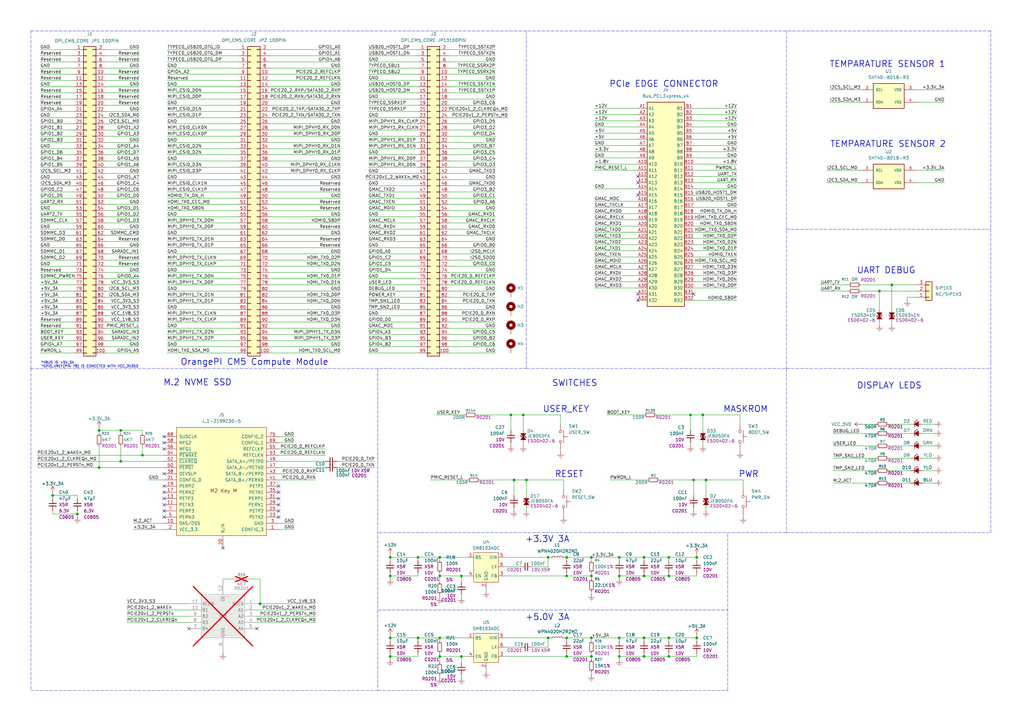
<source format=kicad_sch>
(kicad_sch (version 20250114) (generator "eeschema") (generator_version "9.0")
  (paper "A3")
  (text "PCIe EDGE CONNECTOR\n" (at 272.288 34.544 0) (effects (font (size 2.54 2.54) (thickness 0.254) (bold yes))))
  (text "*VBUS IS +5V_3A" (at 23.622 148.844 0) (effects (font (size 1.016 1.016))))
  (text "PWR" (at 307.086 194.564 0) (effects (font (size 2.54 2.54) (thickness 0.254) (bold yes))))
  (text "+5.0V 3A" (at 224.536 253.238 0) (effects (font (size 2.54 2.54) (thickness 0.254) (bold yes))))
  (text "SWITCHES" (at 235.712 157.226 0) (effects (font (size 2.54 2.54) (thickness 0.254) (bold yes))))
  (text "TEMPARATURE SENSOR 2\n\n" (at 364.236 61.214 0) (effects (font (size 2.54 2.54) (thickness 0.254) (bold yes))))
  (text "OrangePI CM5 Compute Module" (at 104.394 148.59 0) (effects (font (size 2.54 2.54) (thickness 0.254) (bold yes))))
  (text "RESET" (at 233.426 194.564 0) (effects (font (size 2.54 2.54) (thickness 0.254) (bold yes))))
  (text "USER_KEY" (at 232.156 167.894 0) (effects (font (size 2.54 2.54) (thickness 0.254) (bold yes))))
  (text "+3.3V 3A" (at 224.536 221.234 0) (effects (font (size 2.54 2.54) (thickness 0.254) (bold yes))))
  (text "TEMPARATURE SENSOR 1\n" (at 363.982 26.416 0) (effects (font (size 2.54 2.54) (thickness 0.254) (bold yes))))
  (text "*GPIO_VREF(PIN 78) IS CONECTED WITH VCC_3V3S3" (at 36.83 150.368 0) (effects (font (size 1.016 1.016))))
  (text "DISPLAY LEDS\n" (at 364.744 158.242 0) (effects (font (size 2.54 2.54) (thickness 0.254) (bold yes))))
  (text "M.2 NVME SSD" (at 81.026 156.972 0) (effects (font (size 2.54 2.54) (thickness 0.254) (bold yes))))
  (text "MASKROM\n" (at 305.816 167.894 0) (effects (font (size 2.54 2.54) (thickness 0.254) (bold yes))))
  (text "UART DEBUG\n" (at 363.474 110.998 0) (effects (font (size 2.54 2.54) (thickness 0.254) (bold yes))))
  (junction (at 180.34 261.62))
  (junction (at 21.59 203.2))
  (junction (at 232.41 236.22))
  (junction (at 189.23 236.22))
  (junction (at 224.79 261.62))
  (junction (at 242.57 269.24))
  (junction (at 264.16 236.22))
  (junction (at 160.02 228.6))
  (junction (at 214.63 170.18))
  (junction (at 180.34 269.24))
  (junction (at 274.32 236.22))
  (junction (at 171.45 228.6))
  (junction (at 215.9 196.85))
  (junction (at 49.53 176.53))
  (junction (at 49.53 189.23))
  (junction (at 274.32 228.6))
  (junction (at 289.56 196.85))
  (junction (at 254 261.62))
  (junction (at 160.02 269.24))
  (junction (at 160.02 236.22))
  (junction (at 264.16 228.6))
  (junction (at 40.64 176.53))
  (junction (at 264.16 269.24))
  (junction (at 210.82 196.85))
  (junction (at 285.75 228.6))
  (junction (at 288.29 170.18))
  (junction (at 232.41 269.24))
  (junction (at 232.41 228.6))
  (junction (at 242.57 261.62))
  (junction (at 106.68 247.65))
  (junction (at 274.32 261.62))
  (junction (at 254 228.6))
  (junction (at 284.48 196.85))
  (junction (at 365.76 116.84))
  (junction (at 171.45 261.62))
  (junction (at 180.34 236.22))
  (junction (at 242.57 236.22))
  (junction (at 160.02 261.62))
  (junction (at 189.23 269.24))
  (junction (at 254 236.22))
  (junction (at 254 269.24))
  (junction (at 40.64 191.77))
  (junction (at 209.55 170.18))
  (junction (at 264.16 261.62))
  (junction (at 242.57 228.6))
  (junction (at 285.75 261.62))
  (junction (at 274.32 269.24))
  (junction (at 58.42 186.69))
  (junction (at 224.79 228.6))
  (junction (at 283.21 170.18))
  (junction (at 31.75 210.82))
  (junction (at 360.68 119.38))
  (junction (at 232.41 261.62))
  (junction (at 180.34 228.6))
  (no_connect (at 67.31 204.47))
  (no_connect (at 114.3 209.55))
  (no_connect (at 261.62 123.19))
  (no_connect (at 284.48 120.65))
  (no_connect (at 261.62 120.65))
  (no_connect (at 67.31 207.01))
  (no_connect (at 67.31 212.09))
  (no_connect (at 91.44 224.79))
  (no_connect (at 261.62 80.01))
  (no_connect (at 114.3 207.01))
  (no_connect (at 114.3 204.47))
  (no_connect (at 67.31 179.07))
  (no_connect (at 67.31 194.31))
  (no_connect (at 114.3 201.93))
  (no_connect (at 67.31 209.55))
  (no_connect (at 77.47 257.81))
  (no_connect (at 67.31 181.61))
  (no_connect (at 67.31 201.93))
  (no_connect (at 67.31 199.39))
  (no_connect (at 261.62 74.93))
  (no_connect (at 105.41 257.81))
  (no_connect (at 67.31 184.15))
  (no_connect (at 261.62 72.39))
  (no_connect (at 114.3 199.39))
  (no_connect (at 114.3 212.09))
  (wire (pts (xy 209.55 181.61) (xy 209.55 182.88)))
  (wire (pts (xy 151.13 22.86) (xy 171.45 22.86)))
  (wire (pts (xy 114.3 191.77) (xy 133.35 191.77)))
  (wire (pts (xy 21.59 201.93) (xy 21.59 203.2)))
  (wire (pts (xy 284.48 123.19) (xy 302.26 123.19)))
  (wire (pts (xy 68.58 45.72) (xy 97.79 45.72)))
  (wire (pts (xy 243.84 85.09) (xy 261.62 85.09)))
  (wire (pts (xy 16.51 40.64) (xy 30.48 40.64)))
  (wire (pts (xy 151.13 76.2) (xy 171.45 76.2)))
  (wire (pts (xy 284.48 110.49) (xy 302.26 110.49)))
  (wire (pts (xy 184.15 58.42) (xy 203.2 58.42)))
  (wire (pts (xy 284.48 95.25) (xy 302.26 95.25)))
  (polyline (pts (xy 406.4 218.44) (xy 406.4 148.59)) (stroke (width 0.127) (type dash)))
  (wire (pts (xy 184.15 106.68) (xy 203.2 106.68)))
  (wire (pts (xy 284.48 107.95) (xy 302.26 107.95)))
  (wire (pts (xy 274.32 228.6) (xy 274.32 229.87)))
  (wire (pts (xy 110.49 104.14) (xy 139.7 104.14)))
  (wire (pts (xy 110.49 106.68) (xy 139.7 106.68)))
  (wire (pts (xy 68.58 83.82) (xy 97.79 83.82)))
  (wire (pts (xy 43.18 124.46) (xy 57.15 124.46)))
  (wire (pts (xy 110.49 91.44) (xy 139.7 91.44)))
  (wire (pts (xy 284.48 67.31) (xy 302.26 67.31)))
  (wire (pts (xy 242.57 228.6) (xy 242.57 229.87)))
  (wire (pts (xy 110.49 142.24) (xy 139.7 142.24)))
  (wire (pts (xy 274.32 236.22) (xy 264.16 236.22)))
  (wire (pts (xy 110.49 119.38) (xy 139.7 119.38)))
  (wire (pts (xy 16.51 48.26) (xy 30.48 48.26)))
  (wire (pts (xy 284.48 49.53) (xy 302.26 49.53)))
  (wire (pts (xy 231.14 261.62) (xy 232.41 261.62)))
  (wire (pts (xy 68.58 91.44) (xy 97.79 91.44)))
  (wire (pts (xy 110.49 71.12) (xy 139.7 71.12)))
  (wire (pts (xy 43.18 68.58) (xy 57.15 68.58)))
  (wire (pts (xy 16.51 109.22) (xy 30.48 109.22)))
  (wire (pts (xy 184.15 104.14) (xy 203.2 104.14)))
  (wire (pts (xy 151.13 63.5) (xy 171.45 63.5)))
  (wire (pts (xy 151.13 91.44) (xy 171.45 91.44)))
  (wire (pts (xy 114.3 179.07) (xy 120.65 179.07)))
  (wire (pts (xy 52.07 250.19) (xy 77.47 250.19)))
  (wire (pts (xy 243.84 115.57) (xy 261.62 115.57)))
  (wire (pts (xy 341.63 193.04) (xy 359.41 193.04)))
  (wire (pts (xy 184.15 76.2) (xy 203.2 76.2)))
  (wire (pts (xy 110.49 25.4) (xy 139.7 25.4)))
  (wire (pts (xy 184.15 63.5) (xy 203.2 63.5)))
  (wire (pts (xy 184.15 127) (xy 203.2 127)))
  (wire (pts (xy 184.15 60.96) (xy 203.2 60.96)))
  (wire (pts (xy 68.58 48.26) (xy 97.79 48.26)))
  (wire (pts (xy 43.18 96.52) (xy 57.15 96.52)))
  (polyline (pts (xy 154.94 151.13) (xy 154.94 283.21)) (stroke (width 0.127) (type dash)))
  (wire (pts (xy 284.48 105.41) (xy 302.26 105.41)))
  (wire (pts (xy 264.16 261.62) (xy 254 261.62)))
  (wire (pts (xy 184.15 68.58) (xy 203.2 68.58)))
  (wire (pts (xy 232.41 228.6) (xy 242.57 228.6)))
  (wire (pts (xy 16.51 38.1) (xy 30.48 38.1)))
  (wire (pts (xy 284.48 74.93) (xy 302.26 74.93)))
  (wire (pts (xy 151.13 88.9) (xy 171.45 88.9)))
  (wire (pts (xy 68.58 88.9) (xy 97.79 88.9)))
  (wire (pts (xy 184.15 88.9) (xy 203.2 88.9)))
  (wire (pts (xy 67.31 196.85) (xy 60.96 196.85)))
  (wire (pts (xy 284.48 82.55) (xy 302.26 82.55)))
  (wire (pts (xy 184.15 96.52) (xy 203.2 96.52)))
  (wire (pts (xy 151.13 127) (xy 171.45 127)))
  (wire (pts (xy 15.24 191.77) (xy 40.64 191.77)))
  (wire (pts (xy 264.16 228.6) (xy 264.16 229.87)))
  (wire (pts (xy 43.18 25.4) (xy 57.15 25.4)))
  (wire (pts (xy 68.58 35.56) (xy 97.79 35.56)))
  (wire (pts (xy 184.15 33.02) (xy 203.2 33.02)))
  (wire (pts (xy 160.02 262.89) (xy 160.02 261.62)))
  (wire (pts (xy 16.51 63.5) (xy 30.48 63.5)))
  (wire (pts (xy 16.51 132.08) (xy 30.48 132.08)))
  (wire (pts (xy 243.84 62.23) (xy 261.62 62.23)))
  (wire (pts (xy 43.18 104.14) (xy 57.15 104.14)))
  (wire (pts (xy 243.84 54.61) (xy 261.62 54.61)))
  (wire (pts (xy 43.18 38.1) (xy 57.15 38.1)))
  (wire (pts (xy 364.49 198.12) (xy 373.38 198.12)))
  (wire (pts (xy 21.59 209.55) (xy 21.59 210.82)))
  (wire (pts (xy 49.53 176.53) (xy 58.42 176.53)))
  (wire (pts (xy 243.84 90.17) (xy 261.62 90.17)))
  (wire (pts (xy 360.68 132.08) (xy 360.68 133.35)))
  (wire (pts (xy 68.58 50.8) (xy 97.79 50.8)))
  (wire (pts (xy 184.15 129.54) (xy 203.2 129.54)))
  (wire (pts (xy 160.02 261.62) (xy 171.45 261.62)))
  (wire (pts (xy 184.15 132.08) (xy 203.2 132.08)))
  (wire (pts (xy 106.68 247.65) (xy 129.54 247.65)))
  (wire (pts (xy 184.15 142.24) (xy 203.2 142.24)))
  (wire (pts (xy 43.18 71.12) (xy 57.15 71.12)))
  (wire (pts (xy 195.58 170.18) (xy 209.55 170.18)))
  (wire (pts (xy 110.49 88.9) (xy 139.7 88.9)))
  (wire (pts (xy 16.51 43.18) (xy 30.48 43.18)))
  (wire (pts (xy 110.49 66.04) (xy 139.7 66.04)))
  (wire (pts (xy 68.58 68.58) (xy 97.79 68.58)))
  (wire (pts (xy 110.49 96.52) (xy 139.7 96.52)))
  (wire (pts (xy 110.49 144.78) (xy 139.7 144.78)))
  (wire (pts (xy 171.45 228.6) (xy 180.34 228.6)))
  (wire (pts (xy 207.01 265.43) (xy 213.36 265.43)))
  (wire (pts (xy 184.15 55.88) (xy 203.2 55.88)))
  (wire (pts (xy 110.49 132.08) (xy 139.7 132.08)))
  (wire (pts (xy 184.15 38.1) (xy 203.2 38.1)))
  (wire (pts (xy 110.49 139.7) (xy 139.7 139.7)))
  (wire (pts (xy 110.49 81.28) (xy 139.7 81.28)))
  (wire (pts (xy 110.49 78.74) (xy 139.7 78.74)))
  (wire (pts (xy 378.46 182.88) (xy 383.54 182.88)))
  (wire (pts (xy 232.41 269.24) (xy 232.41 267.97)))
  (wire (pts (xy 43.18 83.82) (xy 57.15 83.82)))
  (wire (pts (xy 16.51 71.12) (xy 30.48 71.12)))
  (wire (pts (xy 242.57 275.59) (xy 242.57 276.86)))
  (wire (pts (xy 180.34 269.24) (xy 189.23 269.24)))
  (wire (pts (xy 151.13 25.4) (xy 171.45 25.4)))
  (wire (pts (xy 16.51 68.58) (xy 30.48 68.58)))
  (polyline (pts (xy 12.7 151.13) (xy 12.7 12.7)) (stroke (width 0.127) (type dash)))
  (wire (pts (xy 43.18 20.32) (xy 57.15 20.32)))
  (wire (pts (xy 43.18 134.62) (xy 57.15 134.62)))
  (wire (pts (xy 110.49 58.42) (xy 139.7 58.42)))
  (wire (pts (xy 365.76 127) (xy 365.76 116.84)))
  (wire (pts (xy 68.58 30.48) (xy 97.79 30.48)))
  (wire (pts (xy 242.57 236.22) (xy 242.57 237.49)))
  (wire (pts (xy 284.48 208.28) (xy 284.48 209.55)))
  (wire (pts (xy 184.15 53.34) (xy 203.2 53.34)))
  (wire (pts (xy 110.49 114.3) (xy 139.7 114.3)))
  (wire (pts (xy 254 234.95) (xy 254 236.22)))
  (wire (pts (xy 110.49 109.22) (xy 139.7 109.22)))
  (wire (pts (xy 43.18 127) (xy 57.15 127)))
  (wire (pts (xy 232.41 236.22) (xy 232.41 234.95)))
  (wire (pts (xy 254 261.62) (xy 254 262.89)))
  (wire (pts (xy 151.13 27.94) (xy 171.45 27.94)))
  (wire (pts (xy 215.9 196.85) (xy 215.9 203.2)))
  (wire (pts (xy 110.49 137.16) (xy 139.7 137.16)))
  (wire (pts (xy 114.3 189.23) (xy 133.35 189.23)))
  (wire (pts (xy 101.6 237.49) (xy 106.68 237.49)))
  (wire (pts (xy 110.49 33.02) (xy 139.7 33.02)))
  (wire (pts (xy 288.29 170.18) (xy 288.29 176.53)))
  (wire (pts (xy 68.58 66.04) (xy 97.79 66.04)))
  (wire (pts (xy 110.49 22.86) (xy 139.7 22.86)))
  (wire (pts (xy 16.51 91.44) (xy 30.48 91.44)))
  (wire (pts (xy 68.58 78.74) (xy 97.79 78.74)))
  (wire (pts (xy 207.01 269.24) (xy 232.41 269.24)))
  (wire (pts (xy 16.51 83.82) (xy 30.48 83.82)))
  (wire (pts (xy 285.75 267.97) (xy 285.75 269.24)))
  (wire (pts (xy 210.82 208.28) (xy 210.82 209.55)))
  (wire (pts (xy 16.51 144.78) (xy 30.48 144.78)))
  (wire (pts (xy 43.18 81.28) (xy 57.15 81.28)))
  (wire (pts (xy 43.18 111.76) (xy 57.15 111.76)))
  (wire (pts (xy 243.84 64.77) (xy 261.62 64.77)))
  (wire (pts (xy 151.13 60.96) (xy 171.45 60.96)))
  (wire (pts (xy 242.57 269.24) (xy 242.57 270.51)))
  (wire (pts (xy 16.51 30.48) (xy 30.48 30.48)))
  (wire (pts (xy 54.61 217.17) (xy 67.31 217.17)))
  (wire (pts (xy 184.15 111.76) (xy 203.2 111.76)))
  (wire (pts (xy 285.75 236.22) (xy 274.32 236.22)))
  (wire (pts (xy 210.82 196.85) (xy 210.82 203.2)))
  (wire (pts (xy 16.51 139.7) (xy 30.48 139.7)))
  (wire (pts (xy 43.18 88.9) (xy 57.15 88.9)))
  (wire (pts (xy 43.18 99.06) (xy 57.15 99.06)))
  (wire (pts (xy 43.18 33.02) (xy 57.15 33.02)))
  (polyline (pts (xy 12.7 151.13) (xy 215.9 151.13)) (stroke (width 0.127) (type dash)))
  (wire (pts (xy 43.18 76.2) (xy 57.15 76.2)))
  (wire (pts (xy 184.15 50.8) (xy 203.2 50.8)))
  (wire (pts (xy 68.58 116.84) (xy 97.79 116.84)))
  (wire (pts (xy 110.49 134.62) (xy 139.7 134.62)))
  (wire (pts (xy 284.48 100.33) (xy 302.26 100.33)))
  (wire (pts (xy 232.41 269.24) (xy 242.57 269.24)))
  (wire (pts (xy 243.84 100.33) (xy 261.62 100.33)))
  (wire (pts (xy 336.55 119.38) (xy 347.98 119.38)))
  (wire (pts (xy 151.13 101.6) (xy 171.45 101.6)))
  (wire (pts (xy 184.15 73.66) (xy 203.2 73.66)))
  (wire (pts (xy 114.3 196.85) (xy 129.54 196.85)))
  (wire (pts (xy 110.49 76.2) (xy 139.7 76.2)))
  (wire (pts (xy 16.51 96.52) (xy 30.48 96.52)))
  (wire (pts (xy 184.15 66.04) (xy 203.2 66.04)))
  (wire (pts (xy 180.34 236.22) (xy 189.23 236.22)))
  (wire (pts (xy 16.51 60.96) (xy 30.48 60.96)))
  (wire (pts (xy 49.53 189.23) (xy 67.31 189.23)))
  (wire (pts (xy 284.48 97.79) (xy 302.26 97.79)))
  (wire (pts (xy 16.51 66.04) (xy 30.48 66.04)))
  (wire (pts (xy 68.58 104.14) (xy 97.79 104.14)))
  (wire (pts (xy 284.48 72.39) (xy 302.26 72.39)))
  (wire (pts (xy 360.68 119.38) (xy 375.92 119.38)))
  (wire (pts (xy 16.51 119.38) (xy 30.48 119.38)))
  (wire (pts (xy 284.48 196.85) (xy 289.56 196.85)))
  (wire (pts (xy 68.58 76.2) (xy 97.79 76.2)))
  (polyline (pts (xy 322.58 12.7) (xy 322.58 151.13)) (stroke (width 0.127) (type dash)))
  (wire (pts (xy 243.84 87.63) (xy 261.62 87.63)))
  (wire (pts (xy 189.23 243.84) (xy 189.23 245.11)))
  (wire (pts (xy 151.13 114.3) (xy 171.45 114.3)))
  (wire (pts (xy 114.3 181.61) (xy 120.65 181.61)))
  (wire (pts (xy 68.58 134.62) (xy 97.79 134.62)))
  (wire (pts (xy 231.14 228.6) (xy 232.41 228.6)))
  (wire (pts (xy 43.18 129.54) (xy 57.15 129.54)))
  (wire (pts (xy 243.84 92.71) (xy 261.62 92.71)))
  (wire (pts (xy 110.49 43.18) (xy 139.7 43.18)))
  (wire (pts (xy 176.53 196.85) (xy 191.77 196.85)))
  (wire (pts (xy 68.58 124.46) (xy 97.79 124.46)))
  (wire (pts (xy 68.58 127) (xy 97.79 127)))
  (wire (pts (xy 68.58 73.66) (xy 97.79 73.66)))
  (wire (pts (xy 378.46 187.96) (xy 383.54 187.96)))
  (wire (pts (xy 288.29 170.18) (xy 303.53 170.18)))
  (wire (pts (xy 184.15 91.44) (xy 203.2 91.44)))
  (wire (pts (xy 16.51 25.4) (xy 30.48 25.4)))
  (wire (pts (xy 264.16 234.95) (xy 264.16 236.22)))
  (wire (pts (xy 160.02 228.6) (xy 171.45 228.6)))
  (wire (pts (xy 243.84 105.41) (xy 261.62 105.41)))
  (wire (pts (xy 218.44 265.43) (xy 224.79 265.43)))
  (wire (pts (xy 151.13 38.1) (xy 171.45 38.1)))
  (wire (pts (xy 353.06 173.99) (xy 359.41 173.99)))
  (wire (pts (xy 16.51 114.3) (xy 30.48 114.3)))
  (wire (pts (xy 232.41 229.87) (xy 232.41 228.6)))
  (wire (pts (xy 180.34 269.24) (xy 180.34 271.78)))
  (wire (pts (xy 340.36 41.91) (xy 353.06 41.91)))
  (wire (pts (xy 207.01 261.62) (xy 224.79 261.62)))
  (wire (pts (xy 52.07 255.27) (xy 77.47 255.27)))
  (wire (pts (xy 184.15 114.3) (xy 203.2 114.3)))
  (wire (pts (xy 110.49 60.96) (xy 139.7 60.96)))
  (wire (pts (xy 31.75 204.47) (xy 31.75 203.2)))
  (wire (pts (xy 68.58 22.86) (xy 97.79 22.86)))
  (wire (pts (xy 110.49 55.88) (xy 139.7 55.88)))
  (wire (pts (xy 207.01 228.6) (xy 224.79 228.6)))
  (wire (pts (xy 68.58 99.06) (xy 97.79 99.06)))
  (wire (pts (xy 180.34 228.6) (xy 191.77 228.6)))
  (wire (pts (xy 243.84 102.87) (xy 261.62 102.87)))
  (wire (pts (xy 68.58 40.64) (xy 97.79 40.64)))
  (wire (pts (xy 16.51 101.6) (xy 30.48 101.6)))
  (wire (pts (xy 16.51 127) (xy 30.48 127)))
  (wire (pts (xy 58.42 177.8) (xy 58.42 176.53)))
  (wire (pts (xy 110.49 129.54) (xy 139.7 129.54)))
  (wire (pts (xy 16.51 20.32) (xy 30.48 20.32)))
  (wire (pts (xy 289.56 196.85) (xy 289.56 203.2)))
  (wire (pts (xy 43.18 45.72) (xy 57.15 45.72)))
  (wire (pts (xy 40.64 175.26) (xy 40.64 176.53)))
  (wire (pts (xy 68.58 63.5) (xy 97.79 63.5)))
  (wire (pts (xy 68.58 86.36) (xy 97.79 86.36)))
  (wire (pts (xy 151.13 55.88) (xy 171.45 55.88)))
  (wire (pts (xy 68.58 71.12) (xy 97.79 71.12)))
  (wire (pts (xy 21.59 203.2) (xy 31.75 203.2)))
  (wire (pts (xy 43.18 48.26) (xy 57.15 48.26)))
  (wire (pts (xy 91.44 237.49) (xy 91.44 238.76)))
  (wire (pts (xy 68.58 129.54) (xy 97.79 129.54)))
  (wire (pts (xy 31.75 209.55) (xy 31.75 210.82)))
  (wire (pts (xy 16.51 106.68) (xy 30.48 106.68)))
  (wire (pts (xy 285.75 269.24) (xy 274.32 269.24)))
  (wire (pts (xy 40.64 176.53) (xy 49.53 176.53)))
  (wire (pts (xy 16.51 53.34) (xy 30.48 53.34)))
  (wire (pts (xy 151.13 93.98) (xy 171.45 93.98)))
  (polyline (pts (xy 406.4 12.7) (xy 215.9 12.7)) (stroke (width 0.127) (type dash)))
  (wire (pts (xy 52.07 252.73) (xy 77.47 252.73)))
  (wire (pts (xy 360.68 127) (xy 360.68 119.38)))
  (wire (pts (xy 304.8 210.82) (xy 304.8 212.09)))
  (wire (pts (xy 243.84 118.11) (xy 261.62 118.11)))
  (wire (pts (xy 232.41 261.62) (xy 242.57 261.62)))
  (wire (pts (xy 184.15 109.22) (xy 203.2 109.22)))
  (wire (pts (xy 43.18 93.98) (xy 57.15 93.98)))
  (wire (pts (xy 180.34 243.84) (xy 180.34 245.11)))
  (wire (pts (xy 52.07 247.65) (xy 77.47 247.65)))
  (wire (pts (xy 285.75 261.62) (xy 274.32 261.62)))
  (wire (pts (xy 43.18 40.64) (xy 57.15 40.64)))
  (wire (pts (xy 242.57 261.62) (xy 242.57 262.89)))
  (wire (pts (xy 284.48 59.69) (xy 302.26 59.69)))
  (wire (pts (xy 68.58 33.02) (xy 97.79 33.02)))
  (wire (pts (xy 248.92 170.18) (xy 264.16 170.18)))
  (wire (pts (xy 285.75 262.89) (xy 285.75 261.62)))
  (wire (pts (xy 364.49 182.88) (xy 373.38 182.88)))
  (wire (pts (xy 43.18 119.38) (xy 57.15 119.38)))
  (wire (pts (xy 151.13 121.92) (xy 171.45 121.92)))
  (wire (pts (xy 151.13 139.7) (xy 171.45 139.7)))
  (polyline (pts (xy 12.7 151.13) (xy 12.7 218.44)) (stroke (width 0.127) (type dash)))
  (wire (pts (xy 40.64 176.53) (xy 40.64 177.8)))
  (wire (pts (xy 378.46 173.99) (xy 383.54 173.99)))
  (wire (pts (xy 160.02 227.33) (xy 160.02 228.6)))
  (wire (pts (xy 16.51 116.84) (xy 30.48 116.84)))
  (wire (pts (xy 43.18 53.34) (xy 57.15 53.34)))
  (polyline (pts (xy 154.94 283.21) (xy 298.45 283.21)) (stroke (width 0.127) (type dash)))
  (wire (pts (xy 243.84 113.03) (xy 261.62 113.03)))
  (wire (pts (xy 68.58 38.1) (xy 97.79 38.1)))
  (wire (pts (xy 151.13 33.02) (xy 171.45 33.02)))
  (wire (pts (xy 365.76 116.84) (xy 375.92 116.84)))
  (wire (pts (xy 179.07 170.18) (xy 190.5 170.18)))
  (wire (pts (xy 284.48 85.09) (xy 302.26 85.09)))
  (wire (pts (xy 21.59 210.82) (xy 31.75 210.82)))
  (wire (pts (xy 199.39 241.3) (xy 199.39 242.57)))
  (wire (pts (xy 184.15 35.56) (xy 203.2 35.56)))
  (wire (pts (xy 151.13 106.68) (xy 171.45 106.68)))
  (wire (pts (xy 242.57 234.95) (xy 242.57 236.22)))
  (wire (pts (xy 160.02 229.87) (xy 160.02 228.6)))
  (wire (pts (xy 43.18 114.3) (xy 57.15 114.3)))
  (wire (pts (xy 242.57 242.57) (xy 242.57 243.84)))
  (wire (pts (xy 151.13 111.76) (xy 171.45 111.76)))
  (wire (pts (xy 184.15 30.48) (xy 203.2 30.48)))
  (wire (pts (xy 232.41 262.89) (xy 232.41 261.62)))
  (wire (pts (xy 209.55 170.18) (xy 214.63 170.18)))
  (wire (pts (xy 180.34 276.86) (xy 180.34 278.13)))
  (wire (pts (xy 189.23 236.22) (xy 189.23 238.76)))
  (wire (pts (xy 114.3 217.17) (xy 120.65 217.17)))
  (wire (pts (xy 68.58 53.34) (xy 97.79 53.34)))
  (wire (pts (xy 110.49 73.66) (xy 139.7 73.66)))
  (polyline (pts (xy 322.58 93.98) (xy 406.4 93.98)) (stroke (width 0.127) (type dash)))
  (wire (pts (xy 68.58 111.76) (xy 97.79 111.76)))
  (wire (pts (xy 270.51 196.85) (xy 284.48 196.85)))
  (wire (pts (xy 43.18 63.5) (xy 57.15 63.5)))
  (wire (pts (xy 68.58 106.68) (xy 97.79 106.68)))
  (wire (pts (xy 43.18 144.78) (xy 57.15 144.78)))
  (wire (pts (xy 114.3 184.15) (xy 133.35 184.15)))
  (wire (pts (xy 264.16 261.62) (xy 264.16 262.89)))
  (wire (pts (xy 43.18 30.48) (xy 57.15 30.48)))
  (wire (pts (xy 43.18 106.68) (xy 57.15 106.68)))
  (wire (pts (xy 16.51 134.62) (xy 30.48 134.62)))
  (wire (pts (xy 339.09 69.85) (xy 353.06 69.85)))
  (wire (pts (xy 16.51 33.02) (xy 30.48 33.02)))
  (wire (pts (xy 151.13 45.72) (xy 171.45 45.72)))
  (wire (pts (xy 151.13 20.32) (xy 171.45 20.32)))
  (wire (pts (xy 110.49 93.98) (xy 139.7 93.98)))
  (wire (pts (xy 243.84 107.95) (xy 261.62 107.95)))
  (wire (pts (xy 16.51 137.16) (xy 30.48 137.16)))
  (wire (pts (xy 68.58 137.16) (xy 97.79 137.16)))
  (wire (pts (xy 68.58 109.22) (xy 97.79 109.22)))
  (wire (pts (xy 184.15 124.46) (xy 203.2 124.46)))
  (wire (pts (xy 378.46 198.12) (xy 383.54 198.12)))
  (wire (pts (xy 15.24 189.23) (xy 49.53 189.23)))
  (wire (pts (xy 184.15 83.82) (xy 203.2 83.82)))
  (wire (pts (xy 184.15 101.6) (xy 203.2 101.6)))
  (wire (pts (xy 284.48 118.11) (xy 302.26 118.11)))
  (wire (pts (xy 180.34 267.97) (xy 180.34 269.24)))
  (wire (pts (xy 68.58 93.98) (xy 97.79 93.98)))
  (wire (pts (xy 110.49 111.76) (xy 139.7 111.76)))
  (wire (pts (xy 215.9 196.85) (xy 231.14 196.85)))
  (wire (pts (xy 151.13 78.74) (xy 171.45 78.74)))
  (wire (pts (xy 149.86 73.66) (xy 171.45 73.66)))
  (wire (pts (xy 49.53 182.88) (xy 49.53 189.23)))
  (wire (pts (xy 151.13 137.16) (xy 171.45 137.16)))
  (wire (pts (xy 214.63 170.18) (xy 229.87 170.18)))
  (wire (pts (xy 184.15 43.18) (xy 203.2 43.18)))
  (wire (pts (xy 15.24 186.69) (xy 58.42 186.69)))
  (wire (pts (xy 160.02 236.22) (xy 160.02 237.49)))
  (wire (pts (xy 110.49 38.1) (xy 139.7 38.1)))
  (wire (pts (xy 284.48 57.15) (xy 302.26 57.15)))
  (wire (pts (xy 151.13 43.18) (xy 171.45 43.18)))
  (polyline (pts (xy 406.4 148.59) (xy 406.4 12.7)) (stroke (width 0.127) (type dash)))
  (wire (pts (xy 68.58 96.52) (xy 97.79 96.52)))
  (wire (pts (xy 43.18 86.36) (xy 57.15 86.36)))
  (wire (pts (xy 151.13 124.46) (xy 171.45 124.46)))
  (wire (pts (xy 285.75 229.87) (xy 285.75 228.6)))
  (wire (pts (xy 43.18 55.88) (xy 57.15 55.88)))
  (wire (pts (xy 110.49 124.46) (xy 139.7 124.46)))
  (wire (pts (xy 375.92 69.85) (xy 387.35 69.85)))
  (wire (pts (xy 43.18 91.44) (xy 57.15 91.44)))
  (wire (pts (xy 184.15 93.98) (xy 203.2 93.98)))
  (wire (pts (xy 43.18 78.74) (xy 57.15 78.74)))
  (polyline (pts (xy 215.9 151.13) (xy 406.4 151.13)) (stroke (width 0.127) (type dash)))
  (wire (pts (xy 210.82 196.85) (xy 215.9 196.85)))
  (wire (pts (xy 199.39 274.32) (xy 199.39 275.59)))
  (wire (pts (xy 284.48 102.87) (xy 302.26 102.87)))
  (wire (pts (xy 365.76 132.08) (xy 365.76 133.35)))
  (wire (pts (xy 303.53 184.15) (xy 303.53 185.42)))
  (wire (pts (xy 105.41 252.73) (xy 129.54 252.73)))
  (wire (pts (xy 215.9 208.28) (xy 215.9 209.55)))
  (wire (pts (xy 224.79 228.6) (xy 226.06 228.6)))
  (wire (pts (xy 207.01 232.41) (xy 213.36 232.41)))
  (wire (pts (xy 68.58 60.96) (xy 97.79 60.96)))
  (wire (pts (xy 151.13 35.56) (xy 171.45 35.56)))
  (wire (pts (xy 375.92 36.83) (xy 387.35 36.83)))
  (wire (pts (xy 243.84 95.25) (xy 261.62 95.25)))
  (wire (pts (xy 353.06 116.84) (xy 365.76 116.84)))
  (wire (pts (xy 336.55 116.84) (xy 347.98 116.84)))
  (wire (pts (xy 31.75 210.82) (xy 31.75 212.09)))
  (wire (pts (xy 114.3 214.63) (xy 120.65 214.63)))
  (wire (pts (xy 214.63 170.18) (xy 214.63 176.53)))
  (wire (pts (xy 264.16 267.97) (xy 264.16 269.24)))
  (wire (pts (xy 274.32 261.62) (xy 274.32 262.89)))
  (wire (pts (xy 21.59 203.2) (xy 21.59 204.47)))
  (wire (pts (xy 43.18 66.04) (xy 57.15 66.04)))
  (wire (pts (xy 283.21 181.61) (xy 283.21 182.88)))
  (wire (pts (xy 110.49 99.06) (xy 139.7 99.06)))
  (wire (pts (xy 378.46 193.04) (xy 383.54 193.04)))
  (wire (pts (xy 110.49 127) (xy 139.7 127)))
  (wire (pts (xy 184.15 27.94) (xy 203.2 27.94)))
  (wire (pts (xy 184.15 134.62) (xy 203.2 134.62)))
  (wire (pts (xy 285.75 234.95) (xy 285.75 236.22)))
  (wire (pts (xy 171.45 261.62) (xy 171.45 262.89)))
  (wire (pts (xy 184.15 20.32) (xy 203.2 20.32)))
  (wire (pts (xy 232.41 236.22) (xy 242.57 236.22)))
  (wire (pts (xy 16.51 99.06) (xy 30.48 99.06)))
  (wire (pts (xy 43.18 27.94) (xy 57.15 27.94)))
  (wire (pts (xy 303.53 170.18) (xy 303.53 173.99)))
  (wire (pts (xy 184.15 121.92) (xy 203.2 121.92)))
  (wire (pts (xy 184.15 144.78) (xy 203.2 144.78)))
  (polyline (pts (xy 298.45 283.21) (xy 298.45 218.44)) (stroke (width 0.127) (type dash)))
  (wire (pts (xy 43.18 58.42) (xy 57.15 58.42)))
  (wire (pts (xy 105.41 250.19) (xy 129.54 250.19)))
  (wire (pts (xy 284.48 62.23) (xy 302.26 62.23)))
  (wire (pts (xy 138.43 189.23) (xy 153.67 189.23)))
  (wire (pts (xy 284.48 92.71) (xy 302.26 92.71)))
  (wire (pts (xy 110.49 20.32) (xy 139.7 20.32)))
  (wire (pts (xy 110.49 27.94) (xy 139.7 27.94)))
  (wire (pts (xy 284.48 77.47) (xy 302.26 77.47)))
  (polyline (pts (xy 322.58 151.13) (xy 322.58 218.44)) (stroke (width 0.127) (type dash)))
  (wire (pts (xy 209.55 170.18) (xy 209.55 176.53)))
  (wire (pts (xy 224.79 232.41) (xy 224.79 228.6)))
  (wire (pts (xy 67.31 191.77) (xy 40.64 191.77)))
  (wire (pts (xy 105.41 247.65) (xy 106.68 247.65)))
  (wire (pts (xy 43.18 139.7) (xy 57.15 139.7)))
  (wire (pts (xy 68.58 81.28) (xy 97.79 81.28)))
  (wire (pts (xy 43.18 50.8) (xy 57.15 50.8)))
  (wire (pts (xy 16.51 124.46) (xy 30.48 124.46)))
  (wire (pts (xy 243.84 49.53) (xy 261.62 49.53)))
  (wire (pts (xy 151.13 58.42) (xy 171.45 58.42)))
  (wire (pts (xy 160.02 269.24) (xy 160.02 270.51)))
  (wire (pts (xy 284.48 80.01) (xy 302.26 80.01)))
  (wire (pts (xy 375.92 121.92) (xy 372.11 121.92)))
  (wire (pts (xy 184.15 71.12) (xy 203.2 71.12)))
  (wire (pts (xy 254 267.97) (xy 254 269.24)))
  (wire (pts (xy 110.49 121.92) (xy 139.7 121.92)))
  (wire (pts (xy 274.32 228.6) (xy 264.16 228.6)))
  (wire (pts (xy 105.41 255.27) (xy 129.54 255.27)))
  (wire (pts (xy 254 261.62) (xy 242.57 261.62)))
  (wire (pts (xy 254 269.24) (xy 254 270.51)))
  (wire (pts (xy 151.13 83.82) (xy 171.45 83.82)))
  (wire (pts (xy 189.23 269.24) (xy 191.77 269.24)))
  (wire (pts (xy 16.51 73.66) (xy 30.48 73.66)))
  (wire (pts (xy 43.18 137.16) (xy 57.15 137.16)))
  (wire (pts (xy 289.56 208.28) (xy 289.56 209.55)))
  (wire (pts (xy 254 236.22) (xy 254 237.49)))
  (wire (pts (xy 110.49 40.64) (xy 139.7 40.64)))
  (wire (pts (xy 151.13 132.08) (xy 171.45 132.08)))
  (wire (pts (xy 180.34 261.62) (xy 191.77 261.62)))
  (wire (pts (xy 151.13 142.24) (xy 171.45 142.24)))
  (wire (pts (xy 284.48 115.57) (xy 302.26 115.57)))
  (wire (pts (xy 151.13 53.34) (xy 171.45 53.34)))
  (wire (pts (xy 54.61 214.63) (xy 67.31 214.63)))
  (wire (pts (xy 151.13 119.38) (xy 171.45 119.38)))
  (wire (pts (xy 243.84 97.79) (xy 261.62 97.79)))
  (wire (pts (xy 284.48 44.45) (xy 302.26 44.45)))
  (wire (pts (xy 16.51 27.94) (xy 30.48 27.94)))
  (wire (pts (xy 43.18 101.6) (xy 57.15 101.6)))
  (wire (pts (xy 196.85 196.85) (xy 210.82 196.85)))
  (wire (pts (xy 189.23 236.22) (xy 191.77 236.22)))
  (polyline (pts (xy 322.58 218.44) (xy 406.4 218.44)) (stroke (width 0.127) (type dash)))
  (wire (pts (xy 283.21 170.18) (xy 288.29 170.18)))
  (wire (pts (xy 229.87 170.18) (xy 229.87 173.99)))
  (wire (pts (xy 16.51 104.14) (xy 30.48 104.14)))
  (polyline (pts (xy 154.94 250.19) (xy 298.45 250.19)) (stroke (width 0.127) (type dash)))
  (wire (pts (xy 341.63 182.88) (xy 359.41 182.88)))
  (wire (pts (xy 364.49 173.99) (xy 373.38 173.99)))
  (wire (pts (xy 180.34 236.22) (xy 180.34 238.76)))
  (wire (pts (xy 68.58 119.38) (xy 97.79 119.38)))
  (wire (pts (xy 110.49 68.58) (xy 139.7 68.58)))
  (wire (pts (xy 184.15 139.7) (xy 203.2 139.7)))
  (wire (pts (xy 68.58 132.08) (xy 97.79 132.08)))
  (wire (pts (xy 364.49 177.8) (xy 373.38 177.8)))
  (wire (pts (xy 151.13 99.06) (xy 171.45 99.06)))
  (wire (pts (xy 224.79 265.43) (xy 224.79 261.62)))
  (wire (pts (xy 43.18 142.24) (xy 57.15 142.24)))
  (wire (pts (xy 229.87 184.15) (xy 229.87 185.42)))
  (wire (pts (xy 264.16 236.22) (xy 254 236.22)))
  (wire (pts (xy 243.84 46.99) (xy 261.62 46.99)))
  (wire (pts (xy 243.84 69.85) (xy 261.62 69.85)))
  (wire (pts (xy 171.45 261.62) (xy 180.34 261.62)))
  (wire (pts (xy 151.13 40.64) (xy 171.45 40.64)))
  (wire (pts (xy 243.84 67.31) (xy 261.62 67.31)))
  (wire (pts (xy 110.49 63.5) (xy 139.7 63.5)))
  (wire (pts (xy 106.68 237.49) (xy 106.68 247.65)))
  (wire (pts (xy 180.34 234.95) (xy 180.34 236.22)))
  (wire (pts (xy 16.51 142.24) (xy 30.48 142.24)))
  (wire (pts (xy 184.15 116.84) (xy 203.2 116.84)))
  (wire (pts (xy 284.48 113.03) (xy 302.26 113.03)))
  (polyline (pts (xy 12.7 218.44) (xy 12.7 283.21)) (stroke (width 0.127) (type dash)))
  (wire (pts (xy 341.63 198.12) (xy 359.41 198.12)))
  (wire (pts (xy 68.58 114.3) (xy 97.79 114.3)))
  (wire (pts (xy 160.02 267.97) (xy 160.02 269.24)))
  (wire (pts (xy 242.57 267.97) (xy 242.57 269.24)))
  (wire (pts (xy 151.13 48.26) (xy 171.45 48.26)))
  (wire (pts (xy 151.13 129.54) (xy 171.45 129.54)))
  (wire (pts (xy 151.13 144.78) (xy 171.45 144.78)))
  (wire (pts (xy 243.84 110.49) (xy 261.62 110.49)))
  (wire (pts (xy 218.44 232.41) (xy 224.79 232.41)))
  (wire (pts (xy 16.51 35.56) (xy 30.48 35.56)))
  (wire (pts (xy 214.63 181.61) (xy 214.63 182.88)))
  (wire (pts (xy 184.15 86.36) (xy 203.2 86.36)))
  (wire (pts (xy 43.18 43.18) (xy 57.15 43.18)))
  (wire (pts (xy 110.49 116.84) (xy 139.7 116.84)))
  (wire (pts (xy 340.36 36.83) (xy 353.06 36.83)))
  (wire (pts (xy 151.13 68.58) (xy 171.45 68.58)))
  (wire (pts (xy 261.62 77.47) (xy 243.84 77.47)))
  (wire (pts (xy 68.58 144.78) (xy 97.79 144.78)))
  (wire (pts (xy 289.56 196.85) (xy 304.8 196.85)))
  (wire (pts (xy 285.75 228.6) (xy 274.32 228.6)))
  (wire (pts (xy 151.13 71.12) (xy 171.45 71.12)))
  (wire (pts (xy 16.51 93.98) (xy 30.48 93.98)))
  (wire (pts (xy 151.13 109.22) (xy 171.45 109.22)))
  (wire (pts (xy 189.23 269.24) (xy 189.23 271.78)))
  (wire (pts (xy 284.48 196.85) (xy 284.48 203.2)))
  (wire (pts (xy 43.18 60.96) (xy 57.15 60.96)))
  (wire (pts (xy 151.13 134.62) (xy 171.45 134.62)))
  (wire (pts (xy 285.75 260.35) (xy 285.75 261.62)))
  (wire (pts (xy 375.92 74.93) (xy 387.35 74.93)))
  (wire (pts (xy 364.49 187.96) (xy 373.38 187.96)))
  (wire (pts (xy 110.49 86.36) (xy 139.7 86.36)))
  (wire (pts (xy 58.42 186.69) (xy 67.31 186.69)))
  (wire (pts (xy 68.58 20.32) (xy 97.79 20.32)))
  (wire (pts (xy 284.48 52.07) (xy 302.26 52.07)))
  (wire (pts (xy 16.51 81.28) (xy 30.48 81.28)))
  (wire (pts (xy 184.15 45.72) (xy 208.28 45.72)))
  (wire (pts (xy 184.15 22.86) (xy 203.2 22.86)))
  (wire (pts (xy 254 228.6) (xy 242.57 228.6)))
  (wire (pts (xy 110.49 35.56) (xy 139.7 35.56)))
  (wire (pts (xy 110.49 30.48) (xy 139.7 30.48)))
  (wire (pts (xy 16.51 129.54) (xy 30.48 129.54)))
  (wire (pts (xy 110.49 48.26) (xy 139.7 48.26)))
  (wire (pts (xy 341.63 177.8) (xy 359.41 177.8)))
  (wire (pts (xy 285.75 227.33) (xy 285.75 228.6)))
  (wire (pts (xy 378.46 177.8) (xy 383.54 177.8)))
  (wire (pts (xy 284.48 69.85) (xy 302.26 69.85)))
  (wire (pts (xy 189.23 276.86) (xy 189.23 278.13)))
  (wire (pts (xy 171.45 267.97) (xy 171.45 269.24)))
  (wire (pts (xy 151.13 104.14) (xy 171.45 104.14)))
  (wire (pts (xy 68.58 139.7) (xy 97.79 139.7)))
  (wire (pts (xy 184.15 48.26) (xy 208.28 48.26)))
  (wire (pts (xy 180.34 261.62) (xy 180.34 262.89)))
  (wire (pts (xy 40.64 191.77) (xy 40.64 182.88)))
  (wire (pts (xy 243.84 52.07) (xy 261.62 52.07)))
  (wire (pts (xy 110.49 101.6) (xy 139.7 101.6)))
  (wire (pts (xy 339.09 74.93) (xy 353.06 74.93)))
  (wire (pts (xy 224.79 261.62) (xy 226.06 261.62)))
  (wire (pts (xy 184.15 25.4) (xy 203.2 25.4)))
  (wire (pts (xy 243.84 59.69) (xy 261.62 59.69)))
  (wire (pts (xy 110.49 83.82) (xy 139.7 83.82)))
  (wire (pts (xy 16.51 22.86) (xy 30.48 22.86)))
  (wire (pts (xy 114.3 194.31) (xy 129.54 194.31)))
  (wire (pts (xy 184.15 81.28) (xy 203.2 81.28)))
  (wire (pts (xy 68.58 43.18) (xy 97.79 43.18)))
  (wire (pts (xy 284.48 46.99) (xy 302.26 46.99)))
  (wire (pts (xy 43.18 121.92) (xy 57.15 121.92)))
  (wire (pts (xy 283.21 170.18) (xy 283.21 176.53)))
  (wire (pts (xy 110.49 50.8) (xy 139.7 50.8)))
  (wire (pts (xy 43.18 35.56) (xy 57.15 35.56)))
  (wire (pts (xy 43.18 116.84) (xy 57.15 116.84)))
  (wire (pts (xy 243.84 44.45) (xy 261.62 44.45)))
  (wire (pts (xy 160.02 234.95) (xy 160.02 236.22)))
  (polyline (pts (xy 215.9 12.7) (xy 215.9 151.13)) (stroke (width 0.127) (type dash)))
  (wire (pts (xy 160.02 269.24) (xy 171.45 269.24)))
  (wire (pts (xy 304.8 196.85) (xy 304.8 200.66)))
  (wire (pts (xy 341.63 187.96) (xy 359.41 187.96)))
  (wire (pts (xy 180.34 228.6) (xy 180.34 229.87)))
  (wire (pts (xy 284.48 87.63) (xy 302.26 87.63)))
  (polyline (pts (xy 12.7 12.7) (xy 215.9 12.7)) (stroke (width 0.127) (type dash)))
  (wire (pts (xy 16.51 50.8) (xy 30.48 50.8)))
  (wire (pts (xy 372.11 121.92) (xy 372.11 123.19)))
  (wire (pts (xy 375.92 41.91) (xy 387.35 41.91)))
  (wire (pts (xy 16.51 78.74) (xy 30.48 78.74)))
  (wire (pts (xy 43.18 132.08) (xy 57.15 132.08)))
  (wire (pts (xy 43.18 73.66) (xy 57.15 73.66)))
  (wire (pts (xy 284.48 90.17) (xy 302.26 90.17)))
  (wire (pts (xy 274.32 261.62) (xy 264.16 261.62)))
  (wire (pts (xy 231.14 210.82) (xy 231.14 212.09)))
  (wire (pts (xy 91.44 266.7) (xy 91.44 267.97)))
  (wire (pts (xy 284.48 64.77) (xy 302.26 64.77)))
  (wire (pts (xy 184.15 99.06) (xy 203.2 99.06)))
  (wire (pts (xy 110.49 45.72) (xy 139.7 45.72)))
  (wire (pts (xy 207.01 236.22) (xy 232.41 236.22)))
  (wire (pts (xy 243.84 82.55) (xy 261.62 82.55)))
  (wire (pts (xy 68.58 58.42) (xy 97.79 58.42)))
  (wire (pts (xy 151.13 86.36) (xy 171.45 86.36)))
  (wire (pts (xy 353.06 119.38) (xy 360.68 119.38)))
  (wire (pts (xy 68.58 101.6) (xy 97.79 101.6)))
  (wire (pts (xy 151.13 81.28) (xy 171.45 81.28)))
  (polyline (pts (xy 12.7 283.21) (xy 154.94 283.21)) (stroke (width 0.127) (type dash)))
  (wire (pts (xy 16.51 88.9) (xy 30.48 88.9)))
  (wire (pts (xy 184.15 78.74) (xy 203.2 78.74)))
  (wire (pts (xy 264.16 269.24) (xy 254 269.24)))
  (wire (pts (xy 254 228.6) (xy 254 229.87)))
  (wire (pts (xy 264.16 228.6) (xy 254 228.6)))
  (wire (pts (xy 151.13 50.8) (xy 171.45 50.8)))
  (wire (pts (xy 151.13 96.52) (xy 171.45 96.52)))
  (wire (pts (xy 68.58 55.88) (xy 97.79 55.88)))
  (wire (pts (xy 16.51 55.88) (xy 30.48 55.88)))
  (wire (pts (xy 16.51 86.36) (xy 30.48 86.36)))
  (wire (pts (xy 364.49 193.04) (xy 373.38 193.04)))
  (wire (pts (xy 96.52 237.49) (xy 91.44 237.49)))
  (polyline (pts (xy 322.58 218.44) (xy 154.94 218.44)) (stroke (width 0.127) (type dash)))
  (wire (pts (xy 231.14 196.85) (xy 231.14 200.66)))
  (wire (pts (xy 16.51 45.72) (xy 30.48 45.72)))
  (wire (pts (xy 160.02 236.22) (xy 171.45 236.22)))
  (wire (pts (xy 68.58 142.24) (xy 97.79 142.24)))
  (wire (pts (xy 110.49 53.34) (xy 139.7 53.34)))
  (wire (pts (xy 284.48 54.61) (xy 302.26 54.61)))
  (wire (pts (xy 68.58 121.92) (xy 97.79 121.92)))
  (wire (pts (xy 151.13 66.04) (xy 171.45 66.04)))
  (wire (pts (xy 184.15 137.16) (xy 203.2 137.16)))
  (wire (pts (xy 16.51 76.2) (xy 30.48 76.2)))
  (wire (pts (xy 68.58 25.4) (xy 97.79 25.4)))
  (wire (pts (xy 114.3 186.69) (xy 133.35 186.69)))
  (wire (pts (xy 138.43 191.77) (xy 153.67 191.77)))
  (wire (pts (xy 184.15 40.64) (xy 203.2 40.64)))
  (wire (pts (xy 151.13 30.48) (xy 171.45 30.48)))
  (wire (pts (xy 274.32 267.97) (xy 274.32 269.24)))
  (wire (pts (xy 16.51 121.92) (xy 30.48 121.92)))
  (wire (pts (xy 43.18 22.86) (xy 57.15 22.86)))
  (wire (pts (xy 171.45 234.95) (xy 171.45 236.22)))
  (wire (pts (xy 160.02 260.35) (xy 160.02 261.62)))
  (wire (pts (xy 58.42 182.88) (xy 58.42 186.69)))
  (wire (pts (xy 68.58 27.94) (xy 97.79 27.94)))
  (wire (pts (xy 49.53 176.53) (xy 49.53 177.8)))
  (wire (pts (xy 171.45 228.6) (xy 171.45 229.87)))
  (wire (pts (xy 274.32 234.95) (xy 274.32 236.22)))
  (wire (pts (xy 243.84 57.15) (xy 261.62 57.15)))
  (wire (pts (xy 184.15 119.38) (xy 203.2 119.38)))
  (wire (pts (xy 288.29 181.61) (xy 288.29 182.88)))
  (wire (pts (xy 43.18 109.22) (xy 57.15 109.22)))
  (wire (pts (xy 269.24 170.18) (xy 283.21 170.18)))
  (wire (pts (xy 274.32 269.24) (xy 264.16 269.24)))
  (wire (pts (xy 151.13 116.84) (xy 171.45 116.84)))
  (wire (pts (xy 16.51 58.42) (xy 30.48 58.42)))
  (wire (pts (xy 250.19 196.85) (xy 265.43 196.85)))
  (wire (pts (xy 16.51 111.76) (xy 30.48 111.76)))
  (label "GND" (at 203.2 58.42 180))
  (label "+5V" (at 302.26 57.15 180))
  (label "MIPI_CSI0_CLK1N" (at 68.58 76.2 0))
  (label "PCIE20x1_2_PERSTn_M0" (at 15.24 191.77 0))
  (label "GND" (at 203.2 127 180))
  (label "+5V" (at 243.84 57.15 0))
  (label "GND" (at 243.84 52.07 0))
  (label "M.2_ACT" (at 341.63 198.12 0))
  (label "GND" (at 151.13 33.02 0))
  (label "PCIE20_0_RXP" (at 129.54 194.31 180))
  (label "MIPI_DPHY0_TX_CLKP" (at 68.58 109.22 0))
  (label "MIPI_DPHY0_TX_D0N" (at 68.58 91.44 0))
  (label "I2C5_SDA_M3" (at 340.36 41.91 0))
  (label "USER_LED" (at 341.63 182.88 0) (effects (font (thickness 0.1588))))
  (label "GPIO0_B2" (at 203.2 139.7 180))
  (label "Reserved" (at 139.7 76.2 180))
  (label "MIPI_DPHY0_RX_D1P" (at 139.7 63.5 180))
  (label "TYPEC0_USB20_OTG_DP" (at 68.58 25.4 0))
  (label "PCIE20x1_2_PERSTn_M0" (at 129.54 252.73 180))
  (label "PCIE20_0_RXN" (at 129.54 196.85 180))
  (label "GND" (at 16.51 93.98 0))
  (label "HDMI_TX0_D0N" (at 139.7 124.46 180))
  (label "MIPI_DPHY0_RX_CLKP" (at 139.7 71.12 180))
  (label "Reserved" (at 57.15 99.06 180))
  (label "GMAC_TXEN" (at 243.84 105.41 0))
  (label "MIPI_DPHY1_TX_D1P" (at 68.58 124.46 0))
  (label "GND" (at 57.15 93.98 180))
  (label "Reserved" (at 57.15 25.4 180))
  (label "USB20_HOST1_DM" (at 302.26 80.01 180))
  (label "PCIE20x1_2_CLKREQn_M0" (at 129.54 255.27 180))
  (label "GND" (at 68.58 88.9 0))
  (label "GND" (at 302.26 85.09 180))
  (label "Reserved" (at 16.51 25.4 0))
  (label "I2C6_SCL_M3" (at 57.15 119.38 180))
  (label "GMAC_TXEN" (at 151.13 83.82 0))
  (label "TMP_SN1_LED" (at 151.13 124.46 0) (effects (font (thickness 0.1588))))
  (label "HDMI_TX0_D3N" (at 302.26 110.49 180))
  (label "SARADC_IN3" (at 57.15 137.16 180))
  (label "GPIO1_A7" (at 57.15 73.66 180))
  (label "GPIO1_D0" (at 57.15 81.28 180))
  (label "PCIE20_0_RXP" (at 203.2 132.08 180))
  (label "MIPI_DPHY1_TX_D2N" (at 68.58 137.16 0))
  (label "MIPI_CSI0_D0N" (at 68.58 38.1 0))
  (label "GND" (at 203.2 33.02 180))
  (label "+3.3V" (at 243.84 62.23 0))
  (label "TYPEC0_SSRX1P" (at 151.13 43.18 0))
  (label "MIPI_DPHY1_RX_D1N" (at 151.13 60.96 0))
  (label "GPIO3_B7" (at 203.2 60.96 180))
  (label "GND" (at 68.58 43.18 0))
  (label "SDMMC_D1" (at 16.51 104.14 0))
  (label "GND" (at 139.7 104.14 180))
  (label "HDMI_TX0_SCL_M0" (at 139.7 144.78 180))
  (label "GND" (at 120.65 214.63 180))
  (label "HDMI_TX0_D0P" (at 302.26 118.11 180))
  (label "Reserved" (at 57.15 33.02 180))
  (label "GPIO0_B0" (at 203.2 101.6 180))
  (label "GPIO3_C1" (at 203.2 81.28 180))
  (label "MIPI_DPHY1_RX_CLKP" (at 151.13 50.8 0))
  (label "GPIO1_D5" (at 16.51 81.28 0))
  (label "+3.3V_3A" (at 387.35 69.85 180))
  (label "SDMMC_D3" (at 16.51 96.52 0))
  (label "GND" (at 57.15 83.82 180))
  (label "GPIO3_C4" (at 203.2 66.04 180))
  (label "MIPI_DPHY0_RX_D1N" (at 139.7 60.96 180))
  (label "GND" (at 16.51 73.66 0))
  (label "MIPI_CSI0_D1P" (at 68.58 48.26 0))
  (label "HDMI_TX0_SBDN" (at 302.26 92.71 180))
  (label "USER_KEY" (at 179.07 170.18 0) (effects (font (thickness 0.1588))))
  (label "GND" (at 203.2 86.36 180))
  (label "Reserved" (at 16.51 40.64 0))
  (label "GND" (at 57.15 35.56 180))
  (label "GMAC_TXD2" (at 151.13 78.74 0))
  (label "GPIO3_D4" (at 203.2 55.88 180))
  (label "GPIO1_D4" (at 151.13 111.76 0))
  (label "Reserved" (at 139.7 93.98 180))
  (label "+12V" (at 243.84 49.53 0))
  (label "HDMI_TX0_D0P" (at 139.7 121.92 180))
  (label "PCIE20_2_TXP{slash}SATA30_2_TXP" (at 139.7 45.72 180))
  (label "+12V" (at 302.26 44.45 180))
  (label "GPIO3_A6" (at 203.2 83.82 180))
  (label "HDMI_TX0_CEC_M0" (at 302.26 90.17 180))
  (label "PCIE20x1_2_WAKEn_M0" (at 149.86 73.66 0))
  (label "GPIO1_C6" (at 57.15 78.74 180))
  (label "HDMI_TX0_D3P" (at 139.7 129.54 180))
  (label "GPIO1_C5" (at 151.13 109.22 0))
  (label "MIPI_DPHY0_RX_D0P" (at 139.7 55.88 180))
  (label "+3.3V" (at 302.26 62.23 180))
  (label "GND" (at 139.7 119.38 180))
  (label "GMAC_RXD0" (at 243.84 87.63 0))
  (label "GND" (at 302.26 59.69 180))
  (label "USB20_HOST1_DP" (at 151.13 20.32 0))
  (label "MIPI_DPHY1_RX_D0N" (at 151.13 68.58 0))
  (label "GND" (at 57.15 58.42 180))
  (label "UART_TX" (at 336.55 116.84 0))
  (label "GMAC_MDIO" (at 243.84 107.95 0))
  (label "GND" (at 139.7 142.24 180))
  (label "PMIC_RESET_L" (at 243.84 69.85 0))
  (label "I2C3_SDA_M0" (at 339.09 74.93 0))
  (label "UART2_RX" (at 16.51 83.82 0))
  (label "HDMI0_TX_ON_H" (at 302.26 87.63 180))
  (label "PCIE20x1_2_PERSTn_M0" (at 208.28 48.26 180))
  (label "Reserved" (at 139.7 78.74 180))
  (label "HDMI_TX0_SBDN" (at 68.58 86.36 0))
  (label "GND" (at 16.51 20.32 0))
  (label "MIPI_DPHY1_RX_D1P" (at 151.13 58.42 0))
  (label "GPIO1_B2" (at 16.51 55.88 0))
  (label "GND" (at 16.51 101.6 0))
  (label "PCIE20x1_2_PERSTn" (at 52.07 252.73 0))
  (label "MIPI_CSI0_D3N" (at 68.58 68.58 0))
  (label "GND" (at 57.15 71.12 180))
  (label "Reserved" (at 16.51 134.62 0))
  (label "I2C3_SDA_M0" (at 57.15 48.26 180))
  (label "GPIO3_C5" (at 203.2 63.5 180))
  (label "Reserved" (at 57.15 30.48 180))
  (label "GND" (at 16.51 35.56 0))
  (label "HDMI_TX0_D3P" (at 302.26 113.03 180))
  (label "+12V" (at 243.84 46.99 0))
  (label "GND" (at 151.13 48.26 0))
  (label "Reserved" (at 16.51 30.48 0))
  (label "GND" (at 16.51 27.94 0))
  (label "PMIC_RESET_L" (at 57.15 134.62 180))
  (label "GMAC_RXCLK" (at 203.2 91.44 180))
  (label "USB20_HOST0_DM" (at 151.13 38.1 0))
  (label "GND" (at 151.13 71.12 0))
  (label "MIPI_CSI0_CLK0N" (at 68.58 53.34 0))
  (label "TYPEC0_SSRX1P" (at 151.13 45.72 0))
  (label "GPIO1_A1" (at 139.7 22.86 180))
  (label "MIPI_DPHY0_TX_CLKN" (at 68.58 106.68 0))
  (label "GPIO3_D5" (at 203.2 50.8 180))
  (label "Reserved" (at 57.15 109.22 180))
  (label "VCC_3V3_S3" (at 57.15 127 180))
  (label "UART2_TX" (at 16.51 88.9 0))
  (label "+12V" (at 302.26 46.99 180))
  (label "GND" (at 302.26 64.77 180))
  (label "GND" (at 243.84 64.77 0))
  (label "+5V_3A" (at 16.51 116.84 0))
  (label "GND" (at 57.15 45.72 180))
  (label "HDMI_TX0_D1P" (at 302.26 102.87 180))
  (label "USER_LED" (at 151.13 116.84 0) (effects (font (thickness 0.1588))))
  (label "GND" (at 68.58 35.56 0))
  (label "GPIO1_B5" (at 16.51 68.58 0))
  (label "UART_TX" (at 302.26 72.39 180))
  (label "+1.8V" (at 243.84 67.31 0))
  (label "PCIE20_2_RXN{slash}SATA30_2_RXN" (at 139.7 40.64 180))
  (label "I2C3_SCL_M0" (at 339.09 69.85 0))
  (label "Reserved" (at 16.51 22.86 0))
  (label "GND" (at 120.65 181.61 180))
  (label "GND" (at 68.58 111.76 0))
  (label "GPIO4_A6" (at 139.7 25.4 180))
  (label "MIPI_DPHY0_RX_CLKN" (at 139.7 68.58 180))
  (label "TYPEC0_SSRX2N" (at 203.2 30.48 180))
  (label "Reserved" (at 57.15 43.18 180))
  (label "GMAC_MDIO" (at 151.13 86.36 0))
  (label "HDMI0_TX_ON_H" (at 68.58 81.28 0))
  (label "GMAC_MDC" (at 243.84 82.55 0))
  (label "+3.3V_3A" (at 387.35 36.83 180))
  (label "GMAC_TXD2" (at 243.84 100.33 0))
  (label "+12V" (at 302.26 49.53 180))
  (label "GND" (at 203.2 111.76 180))
  (label "UART_RX" (at 336.55 119.38 0))
  (label "GND" (at 203.2 99.06 180))
  (label "GPIO4_A7" (at 16.51 142.24 0))
  (label "GMAC_RXD3" (at 243.84 118.11 0))
  (label "I2S0_MCLK" (at 203.2 104.14 180))
  (label "GND" (at 139.7 43.18 180))
  (label "SARADC_IN1" (at 57.15 104.14 180))
  (label "+5V_3A" (at 16.51 124.46 0))
  (label "GND" (at 387.35 74.93 180))
  (label "GPIO1_A4" (at 57.15 60.96 180))
  (label "GND" (at 68.58 27.94 0))
  (label "HDMI0_SBDP" (at 302.26 123.19 180))
  (label "GND" (at 203.2 119.38 180))
  (label "TYPEC0_USB20_OTG_ID" (at 68.58 20.32 0))
  (label "MIPI_CSI0_D3P" (at 68.58 71.12 0))
  (label "GMAC_TXD3" (at 243.84 97.79 0))
  (label "GPIO1_C2" (at 151.13 106.68 0))
  (label "GND" (at 68.58 96.52 0))
  (label "GPIO1_C4" (at 57.15 76.2 180))
  (label "GND" (at 16.51 48.26 0))
  (label "PWRON_L" (at 250.19 196.85 0) (effects (font (thickness 0.1588))))
  (label "GND" (at 68.58 134.62 0))
  (label "I2C5_SCL_M3" (at 16.51 71.12 0))
  (label "Reserved" (at 139.7 86.36 180))
  (label "GPIO0_C2" (at 16.51 78.74 0))
  (label "GPIO1_D1" (at 57.15 86.36 180))
  (label "MIPI_DPHY0_TX_D1P" (at 68.58 101.6 0))
  (label "+5V_3A" (at 242.57 261.62 0))
  (label "GND" (at 68.58 119.38 0))
  (label "GND" (at 151.13 76.2 0))
  (label "GND" (at 151.13 40.64 0))
  (label "PCIE20_0_REFCLKP" (at 203.2 114.3 180))
  (label "GND" (at 139.7 88.9 180))
  (label "GMAC_TXD3" (at 203.2 71.12 180))
  (label "GMAC_RXDV" (at 151.13 93.98 0))
  (label "USER_KEY" (at 16.51 139.7 0) (effects (font (thickness 0.1588))))
  (label "TYPEC0_SBU2" (at 151.13 30.48 0))
  (label "GMAC_RXD2" (at 243.84 115.57 0))
  (label "PCIE20_2_RXP{slash}SATA30_2_RXP" (at 139.7 38.1 180))
  (label "TMP_SN1_LED" (at 341.63 187.96 0) (effects (font (thickness 0.1588))))
  (label "GMAC_RXD3" (at 151.13 99.06 0))
  (label "GND" (at 139.7 134.62 180))
  (label "GPIO1_B3" (at 16.51 58.42 0))
  (label "TYPEC0_SSTX2N" (at 203.2 22.86 180))
  (label "SDMMC_D0" (at 16.51 99.06 0))
  (label "GND" (at 203.2 25.4 180))
  (label "GMAC_TXCLK" (at 203.2 96.52 180))
  (label "GND" (at 151.13 25.4 0))
  (label "MIPI_DPHY1_TX_CLKN" (at 68.58 129.54 0))
  (label "HDMI0_SBDP" (at 139.7 91.44 180))
  (label "GPIO1_B1" (at 16.51 53.34 0))
  (label "MIPI_CSI0_D2N" (at 68.58 63.5 0))
  (label "GND" (at 120.65 179.07 180))
  (label "GPIO0_C6" (at 203.2 142.24 180))
  (label "+5V" (at 302.26 54.61 180))
  (label "PCIE20_2_REFCLKN" (at 139.7 33.02 180))
  (label "HDMI_TX0_D2N" (at 139.7 109.22 180))
  (label "PMIC_RESET_L" (at 176.53 196.85 0) (effects (font (thickness 0.1588))))
  (label "MIPI_CSI0_D1N" (at 68.58 45.72 0))
  (label "VCC_3V3_S3" (at 52.07 247.65 0))
  (label "GND" (at 57.15 20.32 180))
  (label "Reserved" (at 57.15 106.68 180))
  (label "TMP_SN2_LED" (at 341.63 193.04 0) (effects (font (thickness 0.1588))))
  (label "+5V_3A" (at 16.51 121.92 0))
  (label "GND" (at 68.58 58.42 0))
  (label "GPIO3_C6" (at 203.2 43.18 180))
  (label "PCIE20_0_TXP" (at 203.2 121.92 180))
  (label "GND" (at 203.2 73.66 180))
  (label "MIPI_DPHY1_RX_D0P" (at 151.13 66.04 0))
  (label "DEBUG_LED" (at 151.13 119.38 0) (effects (font (thickness 0.1588))))
  (label "USB20_HOST0_DP" (at 151.13 35.56 0))
  (label "SDMMC_CMD" (at 57.15 96.52 180))
  (label "GND" (at 68.58 66.04 0))
  (label "I2C5_SCL_M3" (at 340.36 36.83 0))
  (label "GND" (at 57.15 27.94 180))
  (label "GND" (at 139.7 50.8 180))
  (label "PCIE20_0_REFCLKP" (at 133.35 184.15 180))
  (label "HDMI_TX0_D0N" (at 302.26 115.57 180))
  (label "MIPI_DPHY1_TX_D0N" (at 68.58 114.3 0))
  (label "Reserved" (at 57.15 38.1 180))
  (label "SDMMC_CLK" (at 16.51 91.44 0))
  (label "GND" (at 57.15 101.6 180))
  (label "+3.3V_3A" (at 54.61 217.17 0))
  (label "Reserved" (at 16.51 38.1 0))
  (label "GPIO3_D3" (at 203.2 68.58 180))
  (label "TYPEC0_USB20_OTG_DM" (at 68.58 22.86 0))
  (label "GPIO1_A0" (at 139.7 20.32 180))
  (label "+5V" (at 243.84 54.61 0))
  (label "GPIO1_D7" (at 57.15 63.5 180))
  (label "GND" (at 139.7 35.56 180))
  (label "GPIO1_D6" (at 16.51 63.5 0))
  (label "GND" (at 139.7 127 180))
  (label "TYPEC0_SSTX1P" (at 203.2 38.1 180))
  (label "GND" (at 68.58 73.66 0))
  (label "MIPI_DPHY1_TX_D1N" (at 68.58 121.92 0))
  (label "GMAC_RXD1" (at 243.84 92.71 0))
  (label "+3.3V_3A" (at 242.57 228.6 0))
  (label "GPIO1_B4" (at 16.51 66.04 0))
  (label "Reserved" (at 139.7 101.6 180))
  (label "PCIE20_0_TXP" (at 153.67 189.23 180))
  (label "+5V_3A" (at 16.51 129.54 0))
  (label "HDMI_TX0_SDA_M0" (at 302.26 95.25 180))
  (label "GND" (at 151.13 101.6 0))
  (label "GND" (at 243.84 77.47 0))
  (label "GPIO0_C5" (at 203.2 137.16 180))
  (label "GPIO1_D2" (at 57.15 88.9 180))
  (label "MIPI_CSI0_CLK0P" (at 68.58 55.88 0))
  (label "I2C6_SDA_M3" (at 57.15 121.92 180))
  (label "MIPI_DPHY1_TX_D3P" (at 139.7 139.7 180))
  (label "GPIO0_D0" (at 151.13 132.08 0))
  (label "VCC_3V3_S3" (at 57.15 116.84 180))
  (label "GPIO4_A5" (at 57.15 144.78 180))
  (label "TYPEC0_SSRX2P" (at 203.2 27.94 180))
  (label "MIPI_DPHY0_TX_D0P" (at 68.58 93.98 0))
  (label "GND" (at 203.2 144.78 180))
  (label "GND" (at 68.58 104.14 0))
  (label "GND" (at 139.7 81.28 180))
  (label "TMP_SN2_LED" (at 151.13 127 0) (effects (font (thickness 0.1588))))
  (label "Reserved" (at 57.15 40.64 180))
  (label "USB20_HOST1_DP" (at 302.26 82.55 180))
  (label "GPIO4_A4" (at 16.51 45.72 0))
  (label "Reserved" (at 68.58 33.02 0))
  (label "GPIO1_A6" (at 57.15 68.58 180))
  (label "HDMI_TX0_CEC_M0" (at 68.58 83.82 0))
  (label "HDMI_TX0_D2N" (at 302.26 100.33 180))
  (label "MIPI_DPHY1_RX_CLKN" (at 151.13 53.34 0))
  (label "HDMI_TX0_SCL_M0" (at 302.26 107.95 180))
  (label "GND" (at 139.7 66.04 180))
  (label "M.2_ACT" (at 54.61 214.63 0))
  (label "MIPI_DPHY1_TX_CLKP" (at 68.58 132.08 0))
  (label "PCIE20x1_2_CLKREQn_M0" (at 208.28 45.72 180))
  (label "+1.8V" (at 302.26 67.31 180))
  (label "HDMI_TX0_SDA_M0" (at 68.58 144.78 0))
  (label "BOOT_KEY" (at 248.92 170.18 0) (effects (font (thickness 0.1588))))
  (label "GMAC_TXCLK" (at 243.84 85.09 0))
  (label "GND" (at 57.15 111.76 180))
  (label "GND" (at 60.96 196.85 0))
  (label "GMAC_MCLK" (at 151.13 91.44 0))
  (label "GMAC_TXD1" (at 243.84 102.87 0))
  (label "Reserved" (at 16.51 111.76 0))
  (label "GND" (at 151.13 88.9 0))
  (label "MIPI_CSI0_D0P" (at 68.58 40.64 0))
  (label "GND" (at 151.13 114.3 0))
  (label "TYPEC0_SSTX2P" (at 203.2 20.32 180))
  (label "GMAC_TXD0" (at 203.2 76.2 180))
  (label "GND" (at 68.58 50.8 0))
  (label "GMAC_MCLK" (at 243.84 110.49 0))
  (label "MIPI_DPHY0_TX_D1N" (at 68.58 99.06 0))
  (label "+12V" (at 243.84 44.45 0))
  (label "PCIE20x1_2_WAKEn_M0" (at 129.54 250.19 180))
  (label "GND" (at 16.51 60.96 0))
  (label "UART_RX" (at 302.26 74.93 180))
  (label "GND" (at 16.51 109.22 0))
  (label "MIPI_DPHY1_TX_D3N" (at 139.7 137.16 180))
  (label "GND" (at 68.58 127 0))
  (label "SDMMC_PWREN" (at 16.51 114.3 0))
  (label "HDMI_TX0_D1P" (at 139.7 114.3 180))
  (label "PCIE20x1_2_CLKREQn" (at 52.07 255.27 0))
  (label "I2S0_SDO0" (at 203.2 106.68 180))
  (label "PCIE20_0_RXN" (at 203.2 129.54 180))
  (label "Reserved" (at 139.7 99.06 180))
  (label "GND" (at 151.13 129.54 0))
  (label "+5V_3A" (at 16.51 119.38 0))
  (label "PCIE20_0_REFCLKN" (at 133.35 186.69 180))
  (label "BOOT_KEY" (at 16.51 137.16 0) (effects (font (thickness 0.1588))))
  (label "MIPI_DPHY1_TX_D0P" (at 68.58 116.84 0))
  (label "Reserved" (at 16.51 33.02 0))
  (label "GPIO1_A5" (at 57.15 66.04 180))
  (label "GND" (at 387.35 41.91 180))
  (label "PCIE20_2_REFCLKP" (at 139.7 30.48 180))
  (label "GPIO0_A0" (at 151.13 104.14 0))
  (label "GMAC_RXD0" (at 203.2 93.98 180))
  (label "VCC_1V8_S3" (at 57.15 132.08 180))
  (label "TYPEC0_SBU1" (at 151.13 27.94 0))
  (label "GND" (at 203.2 40.64 180))
  (label "GPIO1_B0" (at 16.51 50.8 0))
  (label "I2C5_SDA_M3" (at 16.51 76.2 0))
  (label "GMAC_RXCLK" (at 243.84 90.17 0))
  (label "Reserved" (at 16.51 43.18 0))
  (label "GPIO3_C0" (at 203.2 109.22 180))
  (label "PWRON_L" (at 16.51 144.78 0))
  (label "PCIE20_2_TXN{slash}SATA30_2_TXN" (at 139.7 48.26 180))
  (label "MIPI_CSI0_D2N" (at 68.58 60.96 0))
  (label "GPIO4_A2" (at 68.58 30.48 0))
  (label "Reserved" (at 16.51 132.08 0))
  (label "GND" (at 139.7 111.76 180))
  (label "GND" (at 120.65 217.17 180))
  (label "GPIO3_B2" (at 203.2 78.74 180))
  (label "GND" (at 139.7 73.66 180))
  (label "HDMI_TX0_D3N" (at 139.7 132.08 180))
  (label "POWER_KEY" (at 151.13 121.92 0) (effects (font (thickness 0.1588))))
  (label "GMAC_TXD1" (at 151.13 81.28 0))
  (label "PWRON_L" (at 302.26 69.85 180))
  (label "TYPEC0_SSTX1N" (at 203.2 35.56 180))
  (label "PCIE20x1_2_CLKREQn_M0" (at 15.24 189.23 0))
  (label "PCIE20_0_REFCLKN" (at 203.2 116.84 180))
  (label "GND" (at 151.13 63.5 0))
  (label "PCIE20x1_2_WAKEn" (at 52.07 250.19 0))
  (label "GMAC_RXDV" (at 243.84 113.03 0))
  (label "I2C3_SCL_M0" (at 57.15 50.8 180))
  (label "VCC_1V8_S3" (at 57.15 129.54 180))
  (label "+5V_3A" (at 16.51 127 0))
  (label "PCIE20_0_TXN" (at 203.2 124.46 180))
  (label "MIPI_DPHY0_RX_D0N" (at 139.7 53.34 180))
  (label "GPIO4_B3" (at 151.13 139.7 0))
  (label "MIPI_CSI0_CLK1P" (at 68.58 78.74 0))
  (label "GPIO4_B2" (at 151.13 142.24 0))
  (label "Reserved" (at 139.7 83.82 180))
  (label "GMAC_RXD1" (at 203.2 88.9 180))
  (label "GPIO3_D2" (at 203.2 53.34 180))
  (label "PCIE20_0_TXN" (at 153.67 191.77 180))
  (label "GND" (at 139.7 58.42 180))
  (label "GND" (at 57.15 142.24 180))
  (label "GND" (at 68.58 142.24 0))
  (label "GND" (at 203.2 134.62 180))
  (label "GND" (at 139.7 96.52 180))
  (label "HDMI_TX0_D2P" (at 302.26 97.79 180))
  (label "Reserved" (at 57.15 22.86 180))
  (label "GND" (at 16.51 86.36 0))
  (label "GPIO1_D3" (at 57.15 91.44 180))
  (label "VCC_3V3_S3" (at 57.15 124.46 180))
  (label "GPIO1_A3" (at 57.15 55.88 180))
  (label "USB20_HOST1_DN" (at 151.13 22.86 0))
  (label "SDMMC_D2" (at 16.51 106.68 0))
  (label "GND" (at 243.84 59.69 0))
  (label "HDMI0_TX1N" (at 302.26 105.41 180))
  (label "GND" (at 151.13 55.88 0))
  (label "GPIO1_A2" (at 57.15 53.34 180))
  (label "GND" (at 302.26 77.47 180))
  (label "MIPI_DPHY1_TX_D2P" (at 68.58 139.7 0))
  (label "VCC_1V8_S3" (at 129.54 247.65 180))
  (label "GND" (at 151.13 144.78 0))
  (label "GND" (at 139.7 27.94 180))
  (label "GMAC_MDC" (at 151.13 134.62 0))
  (label "GND" (at 302.26 52.07 180))
  (label "GMAC_RXD2" (at 151.13 96.52 0))
  (label "GMAC_TXD0" (at 243.84 95.25 0))
  (label "GPIO4_A3" (at 151.13 137.16 0))
  (label "GPIO0_A4" (at 57.15 114.3 180))
  (label "HDMI_TX0_D2P" (at 139.7 106.68 180))
  (label "HDMI_TX0_D1N" (at 139.7 116.84 180))
  (label "DEBUG_LED" (at 341.63 177.8 0) (effects (font (thickness 0.1588))))
  (label "SARADC_IN2" (at 57.15 139.7 180))
  (label "PCIE20x1_2_WAKEn_M0" (at 15.24 186.69 0))
  (symbol (lib_id "power:GNDREF") (at 160.02 270.51 0) (unit 1)
    (property "Reference" "#PWR041" (effects (hide yes)))
    (property "Value" "GND" (effects (hide yes)))
    (property "Description" "Power symbol creates a global label with name \"GNDREF\" , reference supply ground" (effects (hide yes)))
  )
  (symbol (lib_id "OPI_CM5_Capacitor_SMD:C_Small") (at 135.89 191.77 90) (mirror x) (unit 1)
    (property "Reference" "C11" (at 131.318 192.786 90))
    (property "Value" "100nF" (at 140.716 193.04 90))
    (property "Footprint" "Capacitor_SMD:C_0201_0603Metric_Pad0.64x0.40mm_HandSolder" (effects (hide yes)))
    (property "Description" "Unpolarized capacitor, small symbol" (effects (hide yes)))
    (property "Type" "X5R" (effects (hide yes)))
    (property "Rated Voltage" "10V" (effects (hide yes)))
    (property "Package" "C0201" (effects (hide yes)))
  )
  (symbol (lib_id "OPI_CM5_Resistor_SMD:R_Small") (at 194.31 196.85 90) (unit 1)
    (property "Reference" "R14" (at 194.31 195.072 90) (effects (font (size 1.016 1.016))))
    (property "Value" "100R" (at 189.484 197.866 90))
    (property "Footprint" "Resistor_SMD:R_0201_0603Metric_Pad0.64x0.40mm_HandSolder" (effects (hide yes)))
    (property "Description" "Resistor, small symbol" (effects (hide yes)))
    (property "Package" "R0201" (at 199.644 197.866 90))
    (property "Tolarance" "5%" (effects (hide yes)))
  )
  (symbol (lib_id "power:+12V") (at 160.02 260.35 0) (unit 1)
    (property "Reference" "#PWR040" (effects (hide yes)))
    (property "Value" "+12V" (at 160.02 256.54 0))
    (property "Description" "Power symbol creates a global label with name \"+12V\"" (effects (hide yes)))
  )
  (symbol (lib_id "Mechanical:MountingHole_Pad") (at 209.55 127 0) (unit 1) (in_bom no)
    (property "Reference" "H2" (at 212.09 125.7299 0) (effects (justify left)))
    (property "Value" "MountingHole_Pad" (effects (hide yes)))
    (property "Footprint" "MountingHole:MountingHole_2.7mm_M2.5_DIN965_Pad" (effects (hide yes)))
    (property "Description" "Mounting Hole with connection" (effects (hide yes)))
  )
  (symbol (lib_id "power:GNDREF") (at 180.34 278.13 0) (unit 1)
    (property "Reference" "#PWR042" (effects (hide yes)))
    (property "Value" "GND" (effects (hide yes)))
    (property "Description" "Power symbol creates a global label with name \"GNDREF\" , reference supply ground" (effects (hide yes)))
  )
  (symbol (lib_id "power:GNDREF") (at 383.54 187.96 90) (unit 1)
    (property "Reference" "#PWR029" (effects (hide yes)))
    (property "Value" "GND" (effects (hide yes)))
    (property "Description" "Power symbol creates a global label with name \"GNDREF\" , reference supply ground" (effects (hide yes)))
  )
  (symbol (lib_id "power:GNDREF") (at 383.54 198.12 90) (unit 1)
    (property "Reference" "#PWR031" (effects (hide yes)))
    (property "Value" "GND" (effects (hide yes)))
    (property "Description" "Power symbol creates a global label with name \"GNDREF\" , reference supply ground" (effects (hide yes)))
  )
  (symbol (lib_id "OPI_CM5_Capacitor_SMD:C_Small") (at 232.41 265.43 0) (mirror y) (unit 1)
    (property "Reference" "C17" (at 234.95 260.3562 0) (effects (justify right)))
    (property "Value" "22pF" (at 234.95 262.8962 0) (effects (justify right)))
    (property "Footprint" "Capacitor_SMD:C_0201_0603Metric_Pad0.64x0.40mm_HandSolder" (effects (hide yes)))
    (property "Description" "Unpolarized capacitor, small symbol" (effects (hide yes)))
    (property "Type" "X5R" (at 234.95 265.4362 0) (effects (justify right)))
    (property "Rated Voltage" "10V" (at 234.95 267.9762 0) (effects (justify right)))
    (property "Package" "C0201" (at 234.95 270.5162 0) (effects (justify right)))
  )
  (symbol (lib_id "OPI_CM5_Capacitor_SMD:C_Small") (at 189.23 241.3 0) (unit 1)
    (property "Reference" "CC3" (at 186.944 240.538 0) (effects (justify right)))
    (property "Value" "100nF" (at 187.198 242.316 0) (effects (font (thickness 0.254) (bold yes)) (justify right)))
    (property "Footprint" "Capacitor_SMD:C_0201_0603Metric_Pad0.64x0.40mm_HandSolder" (effects (hide yes)))
    (property "Description" "Unpolarized capacitor, small symbol" (effects (hide yes)))
    (property "Type" "X5R" (effects (hide yes)))
    (property "Rated Voltage" "10V" (at 186.944 244.348 0) (effects (justify right)))
    (property "Package" "C0201" (at 187.198 246.126 0) (effects (justify right)))
  )
  (symbol (lib_id "OPI_CM5_PCIe_CONN:Bus_PCI_Express_x4") (at 273.05 81.28 0) (unit 1)
    (property "Reference" "J4" (at 273.05 36.83 0))
    (property "Value" "Bus_PCI_Express_x4" (at 273.05 39.37 0))
    (property "Footprint" "Connector_PCBEdge:BUS_PCIexpress_x4" (effects (hide yes)))
    (property "Datasheet" "http://www.ritrontek.com/uploadfile/2016/1026/20161026105231124.pdf#page=63" (effects (hide yes)))
    (property "Description" "PCI Express bus connector x4" (effects (hide yes)))
  )
  (symbol (lib_id "OPI_CM5_Resistor_SMD:R_Small") (at 350.52 116.84 90) (unit 1)
    (property "Reference" "R11" (at 346.71 114.554 90) (effects (font (size 1.016 1.016))))
    (property "Value" "0R" (at 350.52 114.554 90))
    (property "Footprint" "Resistor_SMD:R_0201_0603Metric_Pad0.64x0.40mm_HandSolder" (effects (hide yes)))
    (property "Description" "Resistor, small symbol" (effects (hide yes)))
    (property "Package" "R0201" (at 356.108 114.808 90))
    (property "Tolarance" "5%" (effects (hide yes)))
  )
  (symbol (lib_id "power:GNDREF") (at 372.11 123.19 0) (unit 1)
    (property "Reference" "#PWR01" (effects (hide yes)))
    (property "Value" "GND" (effects (hide yes)))
    (property "Description" "Power symbol creates a global label with name \"GNDREF\" , reference supply ground" (effects (hide yes)))
  )
  (symbol (lib_id "OPI_CM5_Capacitor_SMD:C_Small") (at 21.59 207.01 0) (unit 1)
    (property "Reference" "C40" (at 24.13 201.9362 0) (effects (justify left)))
    (property "Value" "47μF" (at 24.13 204.4762 0) (effects (justify left)))
    (property "Footprint" "Capacitor_SMD:C_0805_2012Metric_Pad1.18x1.45mm_HandSolder" (effects (hide yes)))
    (property "Description" "Unpolarized capacitor, small symbol" (effects (hide yes)))
    (property "Type" "X5R" (at 24.13 207.0162 0) (effects (justify left)))
    (property "Rated Voltage" "6.3V" (at 24.13 209.5562 0) (effects (justify left)))
    (property "Package" "C0805" (at 24.13 212.0962 0) (effects (justify left)))
  )
  (symbol (lib_id "OPI_CM5_Capacitor_SMD:C_Small") (at 264.16 265.43 0) (unit 1)
    (property "Reference" "C19" (at 266.7 260.3562 0) (effects (justify left)))
    (property "Value" "22μF" (at 266.7 262.8962 0) (effects (justify left)))
    (property "Footprint" "Capacitor_SMD:C_0805_2012Metric_Pad1.18x1.45mm_HandSolder" (effects (hide yes)))
    (property "Description" "Unpolarized capacitor, small symbol" (effects (hide yes)))
    (property "Type" "X5R" (at 266.7 265.4362 0) (effects (justify left)))
    (property "Rated Voltage" "10V" (at 266.7 267.9762 0) (effects (justify left)))
    (property "Package" "C0805" (at 266.7 270.5162 0) (effects (justify left)))
  )
  (symbol (lib_id "Device:LED_Small_Filled") (at 375.92 182.88 0) (unit 1)
    (property "Reference" "D8" (at 371.856 181.61 0))
    (property "Value" "GRN" (at 380.492 181.61 0))
    (property "Footprint" "LED_SMD:LED_0603_1608Metric_Pad1.05x0.95mm_HandSolder" (effects (hide yes)))
    (property "Description" "Light emitting diode, small symbol, filled shape" (effects (hide yes)))
    (property "Sim.Pins" "1=K 2=A" (effects (hide yes)))
  )
  (symbol (lib_id "power:GNDREF") (at 383.54 182.88 90) (unit 1)
    (property "Reference" "#PWR027" (effects (hide yes)))
    (property "Value" "GND" (effects (hide yes)))
    (property "Description" "Power symbol creates a global label with name \"GNDREF\" , reference supply ground" (effects (hide yes)))
  )
  (symbol (lib_id "power:GNDREF") (at 383.54 177.8 90) (unit 1)
    (property "Reference" "#PWR028" (effects (hide yes)))
    (property "Value" "GND" (effects (hide yes)))
    (property "Description" "Power symbol creates a global label with name \"GNDREF\" , reference supply ground" (effects (hide yes)))
  )
  (symbol (lib_id "OPI_CM5_Capacitor_SMD:C_Small") (at 189.23 274.32 0) (unit 1)
    (property "Reference" "CC6" (at 186.944 273.558 0) (effects (justify right)))
    (property "Value" "100nF" (at 187.198 275.336 0) (effects (font (thickness 0.254) (bold yes)) (justify right)))
    (property "Footprint" "Capacitor_SMD:C_0201_0603Metric_Pad0.64x0.40mm_HandSolder" (effects (hide yes)))
    (property "Description" "Unpolarized capacitor, small symbol" (effects (hide yes)))
    (property "Type" "X5R" (effects (hide yes)))
    (property "Rated Voltage" "10V" (at 186.944 277.368 0) (effects (justify right)))
    (property "Package" "C0201" (at 187.198 279.146 0) (effects (justify right)))
  )
  (symbol (lib_id "power:GNDREF") (at 160.02 237.49 0) (unit 1)
    (property "Reference" "#PWR035" (effects (hide yes)))
    (property "Value" "GND" (effects (hide yes)))
    (property "Description" "Power symbol creates a global label with name \"GNDREF\" , reference supply ground" (effects (hide yes)))
  )
  (symbol (lib_id "Device:LED_Small_Filled") (at 375.92 193.04 0) (unit 1)
    (property "Reference" "D10" (at 371.856 191.77 0))
    (property "Value" "YLO" (at 380.492 191.77 0))
    (property "Footprint" "LED_SMD:LED_0603_1608Metric_Pad1.05x0.95mm_HandSolder" (effects (hide yes)))
    (property "Description" "Light emitting diode, small symbol, filled shape" (effects (hide yes)))
    (property "Sim.Pins" "1=K 2=A" (effects (hide yes)))
  )
  (symbol (lib_id "OPI_CM5_TVS_DIODE:ESD5341N") (at 360.68 129.54 270) (mirror x) (unit 1)
    (property "Reference" "ED5" (at 359.156 127.254 90) (effects (justify right)))
    (property "Value" "ESD5341N" (at 359.156 129.286 90) (effects (justify right)))
    (property "Footprint" "OPI_CM5_TVS_DIODE:DFN1006-2" (effects (hide yes)))
    (property "Description" "Bidirectional transient-voltage-suppression diode, small symbol, filled shape" (effects (hide yes)))
    (property "Package" "ESD0402-6" (at 353.314 131.318 90))
  )
  (symbol (lib_id "OPI_CM5_Capacitor_SMD:C_Small") (at 232.41 232.41 0) (mirror y) (unit 1)
    (property "Reference" "C8" (at 234.95 227.3362 0) (effects (justify right)))
    (property "Value" "22pF" (at 234.95 229.8762 0) (effects (justify right)))
    (property "Footprint" "Capacitor_SMD:C_0201_0603Metric_Pad0.64x0.40mm_HandSolder" (effects (hide yes)))
    (property "Description" "Unpolarized capacitor, small symbol" (effects (hide yes)))
    (property "Type" "X5R" (at 234.95 232.4162 0) (effects (justify right)))
    (property "Rated Voltage" "10V" (at 234.95 234.9562 0) (effects (justify right)))
    (property "Package" "C0201" (at 234.95 237.4962 0) (effects (justify right)))
  )
  (symbol (lib_id "OPI_CM5_Capacitor_SMD:C_Small") (at 264.16 232.41 0) (unit 1)
    (property "Reference" "C13" (at 266.7 227.3362 0) (effects (justify left)))
    (property "Value" "22μF" (at 266.7 229.8762 0) (effects (justify left)))
    (property "Footprint" "Capacitor_SMD:C_0805_2012Metric_Pad1.18x1.45mm_HandSolder" (effects (hide yes)))
    (property "Description" "Unpolarized capacitor, small symbol" (effects (hide yes)))
    (property "Type" "X5R" (at 266.7 232.4162 0) (effects (justify left)))
    (property "Rated Voltage" "10V" (at 266.7 234.9562 0) (effects (justify left)))
    (property "Package" "C0805" (at 266.7 237.4962 0) (effects (justify left)))
  )
  (symbol (lib_id "OPI_CM5_Level_Shifter:TXB0304RUTR") (at 91.44 252.73 0) (mirror y) (unit 1) (in_bom no) (on_board no) (dnp yes)
    (property "Reference" "U3" (at 93.218 252.73 0) (effects (font (size 1.524 1.524)) (justify left)))
    (property "Value" "TXB0304RUTR" (effects (hide yes)))
    (property "Footprint" "OPI_CM5_Level_Shifter:RUT0012A" (effects (hide yes)))
    (property "Datasheet" "TXB0304RUTR" (effects (hide yes)))
  )
  (symbol (lib_id "OPI_CM5_Resistor_SMD:R_Small") (at 361.95 198.12 90) (unit 1)
    (property "Reference" "R13" (at 361.95 196.342 90) (effects (font (size 1.016 1.016))))
    (property "Value" "470R" (at 357.124 199.136 90))
    (property "Footprint" "Resistor_SMD:R_0201_0603Metric_Pad0.64x0.40mm_HandSolder" (effects (hide yes)))
    (property "Description" "Resistor, small symbol" (effects (hide yes)))
    (property "Package" "R0201" (at 367.284 199.136 90))
    (property "Tolarance" "5%" (effects (hide yes)))
  )
  (symbol (lib_id "OPI_CM5_Capacitor_SMD:C_Small") (at 160.02 232.41 0) (unit 1)
    (property "Reference" "C14" (at 162.56 227.3362 0) (effects (justify left)))
    (property "Value" "10μF" (at 162.56 229.8762 0) (effects (justify left)))
    (property "Footprint" "Capacitor_SMD:C_0805_2012Metric_Pad1.18x1.45mm_HandSolder" (effects (hide yes)))
    (property "Description" "Unpolarized capacitor, small symbol" (effects (hide yes)))
    (property "Type" "X5R" (at 162.56 232.4162 0) (effects (justify left)))
    (property "Rated Voltage" "10V" (at 162.56 234.9562 0) (effects (justify left)))
    (property "Package" "C0805" (at 162.56 237.4962 0) (effects (justify left)))
  )
  (symbol (lib_id "power:+3.3V") (at 40.64 175.26 0) (unit 1)
    (property "Reference" "#PWR016" (effects (hide yes)))
    (property "Value" "+3.3V_3A" (at 40.64 171.704 0))
    (property "Description" "Power symbol creates a global label with name \"+3.3V\"" (effects (hide yes)))
  )
  (symbol (lib_id "power:GNDREF") (at 365.76 133.35 0) (unit 1)
    (property "Reference" "#PWR02" (effects (hide yes)))
    (property "Value" "GND" (effects (hide yes)))
    (property "Description" "Power symbol creates a global label with name \"GNDREF\" , reference supply ground" (effects (hide yes)))
  )
  (symbol (lib_id "OPI_CM5_INDUCTOR_SMD:WPN4020H2R2MT") (at 228.6 261.62 90) (unit 1)
    (property "Reference" "L2" (at 228.6 256.54 90))
    (property "Value" "WPN4020H2R2MT" (at 228.6 259.08 90))
    (property "Footprint" "OPI_CM5_INDUCTOR_SMD:WPN4020H2R2MT" (effects (hide yes)))
    (property "Description" "Inductor, small symbol" (effects (hide yes)))
  )
  (symbol (lib_id "OPI_CM5_PUSH_SW:SW_Push") (at 303.53 179.07 270) (mirror x) (unit 1)
    (property "Reference" "SW3" (at 306.832 174.752 90) (effects (justify left)))
    (property "Value" "BOOT_SW" (at 306.832 177.292 90) (effects (justify left)))
    (property "Footprint" "OPI_CM5_PUSH_SW:SW4_PTS815 SJM 250 SMTR LFS_CNK" (effects (hide yes)))
    (property "Description" "Push button switch, generic, two pins" (effects (hide yes)))
  )
  (symbol (lib_id "OPI_CM5_Capacitor_SMD:C_Small") (at 215.9 232.41 90) (mirror x) (unit 1)
    (property "Reference" "C7" (at 212.852 231.14 90))
    (property "Value" "100nF" (at 220.726 231.14 90))
    (property "Footprint" "Capacitor_SMD:C_0201_0603Metric_Pad0.64x0.40mm_HandSolder" (effects (hide yes)))
    (property "Description" "Unpolarized capacitor, small symbol" (effects (hide yes)))
    (property "Type" "X5R" (at 223.774 233.68 90))
    (property "Rated Voltage" "10V" (at 219.71 233.68 90))
    (property "Package" "C0201" (at 211.074 233.68 90))
  )
  (symbol (lib_id "OPI_CM5_REGULATOR_SWITCHING:SM8103ADC") (at 199.39 232.41 0) (unit 1)
    (property "Reference" "U4" (at 199.39 222.25 0))
    (property "Value" "SM8103ADC" (at 199.39 224.79 0))
    (property "Footprint" "Package_TO_SOT_SMD:SOT-23-6_Handsoldering" (effects (hide yes)))
  )
  (symbol (lib_id "power:GNDREF") (at 189.23 245.11 0) (unit 1)
    (property "Reference" "#PWR033" (effects (hide yes)))
    (property "Value" "GND" (effects (hide yes)))
    (property "Description" "Power symbol creates a global label with name \"GNDREF\" , reference supply ground" (effects (hide yes)))
  )
  (symbol (lib_id "OPI_CM5_Capacitor_SMD:C_Small") (at 171.45 265.43 0) (unit 1)
    (property "Reference" "CC5" (at 173.99 260.3562 0) (effects (justify left)))
    (property "Value" "100nF" (at 173.99 262.8962 0) (effects (justify left)))
    (property "Footprint" "Capacitor_SMD:C_0201_0603Metric_Pad0.64x0.40mm_HandSolder" (effects (hide yes)))
    (property "Description" "Unpolarized capacitor, small symbol" (effects (hide yes)))
    (property "Type" "X5R" (at 173.99 265.4362 0) (effects (justify left)))
    (property "Rated Voltage" "10V" (at 173.99 267.9762 0) (effects (justify left)))
    (property "Package" "C0201" (at 173.99 270.5162 0) (effects (justify left)))
  )
  (symbol (lib_id "OPI_CM5_Resistor_SMD:R_Small") (at 361.95 182.88 90) (unit 1)
    (property "Reference" "R7" (at 361.95 181.102 90) (effects (font (size 1.016 1.016))))
    (property "Value" "470R" (at 357.124 183.896 90))
    (property "Footprint" "Resistor_SMD:R_0201_0603Metric_Pad0.64x0.40mm_HandSolder" (effects (hide yes)))
    (property "Description" "Resistor, small symbol" (effects (hide yes)))
    (property "Package" "R0201" (at 367.284 183.896 90))
    (property "Tolarance" "5%" (effects (hide yes)))
  )
  (symbol (lib_id "OPI_CM5_Resistor_SMD:R_Small") (at 361.95 173.99 90) (unit 1)
    (property "Reference" "R3" (at 361.95 172.212 90) (effects (font (size 1.016 1.016))))
    (property "Value" "560R" (at 357.124 175.006 90))
    (property "Footprint" "Resistor_SMD:R_0201_0603Metric_Pad0.64x0.40mm_HandSolder" (effects (hide yes)))
    (property "Description" "Resistor, small symbol" (effects (hide yes)))
    (property "Package" "R0201" (at 367.284 175.006 90))
    (property "Tolarance" "5%" (effects (hide yes)))
  )
  (symbol (lib_id "OPI_CM5_Resistor_SMD:R_Small") (at 58.42 180.34 180) (unit 1)
    (property "Reference" "R25" (at 59.436 177.8 0) (effects (font (size 1.016 1.016)) (justify right)))
    (property "Value" "4K7" (at 59.436 180.34 0) (effects (justify right)))
    (property "Footprint" "Resistor_SMD:R_0201_0603Metric_Pad0.64x0.40mm_HandSolder" (effects (hide yes)))
    (property "Description" "Resistor, small symbol" (effects (hide yes)))
    (property "Package" "R0201" (at 59.436 182.88 0) (effects (justify right)))
    (property "Tolarance" "5%" (effects (hide yes)))
  )
  (symbol (lib_id "OPI_CM5_TEMP_SENSOR:SHT40-BD1B-R3") (at 364.49 39.37 0) (unit 1)
    (property "Reference" "U1" (at 364.49 29.21 0))
    (property "Value" "SHT40-BD1B-R3" (at 364.49 31.75 0))
    (property "Footprint" "OPI_CM5_TEMP_SENSOR:SHT4X" (effects (hide yes)))
  )
  (symbol (lib_id "OPI_CM5_Resistor_SMD:R_Small") (at 99.06 237.49 90) (unit 1) (in_bom no) (on_board no) (dnp yes)
    (property "Reference" "R19" (at 99.06 235.712 90) (effects (font (size 1.016 1.016))))
    (property "Value" "4K7" (at 99.06 239.522 90))
    (property "Footprint" "Resistor_SMD:R_0201_0603Metric_Pad0.64x0.40mm_HandSolder" (effects (hide yes)))
    (property "Description" "Resistor, small symbol" (effects (hide yes)))
    (property "Package" "R0201" (at 99.06 241.3 90))
    (property "Tolarance" "5%" (effects (hide yes)))
  )
  (symbol (lib_id "OPI_CM5_CONN1:Conn_02x50_Odd_Even") (at 102.87 81.28 0) (unit 1)
    (property "Reference" "J2" (at 104.14 13.97 0))
    (property "Value" "OPi_CM5_CORE JP2 100PIN" (at 104.14 16.51 0))
    (property "Footprint" "OPI_CM5_CONN1:HIROSE_DF40C-100DS-0.4V_51_" (effects (hide yes)))
    (property "Description" "\"Generic connector, double row, 02x50, row letter first pin numbering scheme (pin number consists of a letter for the row and a number for the pin index in this row. a1, ..., aN; b1, ..., bN), script generated\"" (effects (hide yes)))
  )
  (symbol (lib_id "power:GNDREF") (at 303.53 185.42 0) (unit 1)
    (property "Reference" "#PWR012" (effects (hide yes)))
    (property "Value" "GND" (effects (hide yes)))
    (property "Description" "Power symbol creates a global label with name \"GNDREF\" , reference supply ground" (effects (hide yes)))
  )
  (symbol (lib_id "OPI_CM5_TEMP_SENSOR:SHT40-BD1B-R3") (at 364.49 72.39 0) (unit 1)
    (property "Reference" "U2" (at 364.49 62.23 0))
    (property "Value" "SHT40-BD1B-R3" (at 364.49 64.77 0))
    (property "Footprint" "OPI_CM5_TEMP_SENSOR:SHT4X" (effects (hide yes)))
  )
  (symbol (lib_id "OPI_CM5_Capacitor_SMD:C_Small") (at 135.89 189.23 90) (mirror x) (unit 1)
    (property "Reference" "C10" (at 131.318 190.246 90))
    (property "Value" "100nF" (at 140.716 194.818 90))
    (property "Footprint" "Capacitor_SMD:C_0201_0603Metric_Pad0.64x0.40mm_HandSolder" (effects (hide yes)))
    (property "Description" "Unpolarized capacitor, small symbol" (effects (hide yes)))
    (property "Type" "X5R" (at 149.86 193.04 90))
    (property "Rated Voltage" "10V" (at 145.796 193.04 90))
    (property "Package" "C0201" (at 147.32 195.072 90))
  )
  (symbol (lib_id "OPI_CM5_Resistor_SMD:R_Small") (at 361.95 187.96 90) (unit 1)
    (property "Reference" "R8" (at 361.95 186.182 90) (effects (font (size 1.016 1.016))))
    (property "Value" "470R" (at 357.124 188.976 90))
    (property "Footprint" "Resistor_SMD:R_0201_0603Metric_Pad0.64x0.40mm_HandSolder" (effects (hide yes)))
    (property "Description" "Resistor, small symbol" (effects (hide yes)))
    (property "Package" "R0201" (at 367.284 188.976 90))
    (property "Tolarance" "5%" (effects (hide yes)))
  )
  (symbol (lib_id "OPI_CM5_Resistor_SMD:R_Small") (at 193.04 170.18 90) (unit 1)
    (property "Reference" "R144" (at 193.04 168.402 90) (effects (font (size 1.016 1.016))))
    (property "Value" "200R" (at 188.214 171.196 90))
    (property "Footprint" "Resistor_SMD:R_0201_0603Metric_Pad0.64x0.40mm_HandSolder" (effects (hide yes)))
    (property "Description" "Resistor, small symbol" (effects (hide yes)))
    (property "Package" "R0201" (at 198.374 171.196 90))
    (property "Tolarance" "5%" (effects (hide yes)))
  )
  (symbol (lib_id "power:GNDREF") (at 31.75 212.09 0) (unit 1)
    (property "Reference" "#PWR034" (effects (hide yes)))
    (property "Value" "GND" (effects (hide yes)))
    (property "Description" "Power symbol creates a global label with name \"GNDREF\" , reference supply ground" (effects (hide yes)))
  )
  (symbol (lib_id "power:GNDREF") (at 254 270.51 0) (unit 1)
    (property "Reference" "#PWR046" (effects (hide yes)))
    (property "Value" "GND" (effects (hide yes)))
    (property "Description" "Power symbol creates a global label with name \"GNDREF\" , reference supply ground" (effects (hide yes)))
  )
  (symbol (lib_id "OPI_CM5_Resistor_SMD:R_Small") (at 361.95 193.04 90) (unit 1)
    (property "Reference" "R10" (at 361.95 191.262 90) (effects (font (size 1.016 1.016))))
    (property "Value" "470R" (at 357.124 194.056 90))
    (property "Footprint" "Resistor_SMD:R_0201_0603Metric_Pad0.64x0.40mm_HandSolder" (effects (hide yes)))
    (property "Description" "Resistor, small symbol" (effects (hide yes)))
    (property "Package" "R0201" (at 367.284 194.056 90))
    (property "Tolarance" "5%" (effects (hide yes)))
  )
  (symbol (lib_id "power:+3.3V") (at 285.75 227.33 0) (unit 1)
    (property "Reference" "#PWR025" (effects (hide yes)))
    (property "Value" "+3.3V_3A" (at 285.75 223.774 0))
    (property "Description" "Power symbol creates a global label with name \"+3.3V\"" (effects (hide yes)))
  )
  (symbol (lib_id "power:GNDREF") (at 289.56 209.55 0) (unit 1)
    (property "Reference" "#PWR014" (effects (hide yes)))
    (property "Value" "GND" (effects (hide yes)))
    (property "Description" "Power symbol creates a global label with name \"GNDREF\" , reference supply ground" (effects (hide yes)))
  )
  (symbol (lib_id "OPI_CM5_REGULATOR_SWITCHING:SM8103ADC") (at 199.39 265.43 0) (unit 1)
    (property "Reference" "U5" (at 199.39 255.27 0))
    (property "Value" "SM8103ADC" (at 199.39 257.81 0))
    (property "Footprint" "Package_TO_SOT_SMD:SOT-23-6_Handsoldering" (effects (hide yes)))
  )
  (symbol (lib_id "OPI_CM5_Capacitor_SMD:C_Small") (at 160.02 265.43 0) (unit 1)
    (property "Reference" "C15" (at 162.56 260.3562 0) (effects (justify left)))
    (property "Value" "10μF" (at 162.56 262.8962 0) (effects (justify left)))
    (property "Footprint" "Capacitor_SMD:C_0805_2012Metric_Pad1.18x1.45mm_HandSolder" (effects (hide yes)))
    (property "Description" "Unpolarized capacitor, small symbol" (effects (hide yes)))
    (property "Type" "X5R" (at 162.56 265.4362 0) (effects (justify left)))
    (property "Rated Voltage" "10V" (at 162.56 267.9762 0) (effects (justify left)))
    (property "Package" "C0805" (at 162.56 270.5162 0) (effects (justify left)))
  )
  (symbol (lib_id "power:GNDREF") (at 383.54 193.04 90) (unit 1)
    (property "Reference" "#PWR030" (effects (hide yes)))
    (property "Value" "GND" (effects (hide yes)))
    (property "Description" "Power symbol creates a global label with name \"GNDREF\" , reference supply ground" (effects (hide yes)))
  )
  (symbol (lib_id "power:GNDREF") (at 242.57 243.84 0) (unit 1)
    (property "Reference" "#PWR023" (effects (hide yes)))
    (property "Value" "GND" (effects (hide yes)))
    (property "Description" "Power symbol creates a global label with name \"GNDREF\" , reference supply ground" (effects (hide yes)))
  )
  (symbol (lib_id "OPI_CM5_Capacitor_SMD:C_Small") (at 274.32 232.41 0) (unit 1)
    (property "Reference" "C12" (at 276.86 227.3362 0) (effects (justify left)))
    (property "Value" "10μF" (at 276.86 229.8762 0) (effects (justify left)))
    (property "Footprint" "Capacitor_SMD:C_0805_2012Metric_Pad1.18x1.45mm_HandSolder" (effects (hide yes)))
    (property "Description" "Unpolarized capacitor, small symbol" (effects (hide yes)))
    (property "Type" "X5R" (at 276.86 232.4162 0) (effects (justify left)))
    (property "Rated Voltage" "10V" (at 276.86 234.9562 0) (effects (justify left)))
    (property "Package" "C0805" (at 276.86 237.4962 0) (effects (justify left)))
  )
  (symbol (lib_id "OPI_CM5_TVS_DIODE:ESD5341N") (at 289.56 205.74 90) (unit 1)
    (property "Reference" "D2" (at 291.084 203.454 90) (effects (justify right)))
    (property "Value" "JEB05DFA" (at 291.084 205.486 90) (effects (justify right)))
    (property "Footprint" "OPI_CM5_TVS_DIODE:DFN1006-2" (effects (hide yes)))
    (property "Description" "Bidirectional transient-voltage-suppression diode, small symbol, filled shape" (effects (hide yes)))
    (property "Package" "ESD0402-6" (at 296.926 207.518 90))
  )
  (symbol (lib_id "Device:LED_Small_Filled") (at 375.92 177.8 0) (unit 1)
    (property "Reference" "D7" (at 371.856 176.53 0))
    (property "Value" "ORN" (at 380.492 176.53 0))
    (property "Footprint" "LED_SMD:LED_0603_1608Metric_Pad1.05x0.95mm_HandSolder" (effects (hide yes)))
    (property "Description" "Light emitting diode, small symbol, filled shape" (effects (hide yes)))
    (property "Sim.Pins" "1=K 2=A" (effects (hide yes)))
  )
  (symbol (lib_id "OPI_CM5_Resistor_SMD:R_Small") (at 40.64 180.34 180) (unit 1)
    (property "Reference" "R23" (at 41.656 177.8 0) (effects (font (size 1.016 1.016)) (justify right)))
    (property "Value" "4K7" (at 41.656 180.34 0) (effects (justify right)))
    (property "Footprint" "Resistor_SMD:R_0201_0603Metric_Pad0.64x0.40mm_HandSolder" (effects (hide yes)))
    (property "Description" "Resistor, small symbol" (effects (hide yes)))
    (property "Package" "R0201" (at 41.656 182.88 0) (effects (justify right)))
    (property "Tolarance" "5%" (effects (hide yes)))
  )
  (symbol (lib_id "OPI_CM5_Capacitor_SMD:C_Small") (at 254 265.43 0) (unit 1)
    (property "Reference" "C18" (at 256.54 260.3562 0) (effects (justify left)))
    (property "Value" "47μF" (at 256.54 262.8962 0) (effects (justify left)))
    (property "Footprint" "Capacitor_SMD:C_0805_2012Metric_Pad1.18x1.45mm_HandSolder" (effects (hide yes)))
    (property "Description" "Unpolarized capacitor, small symbol" (effects (hide yes)))
    (property "Type" "X5R" (at 256.54 265.4362 0) (effects (justify left)))
    (property "Rated Voltage" "10V" (at 256.54 267.9762 0) (effects (justify left)))
    (property "Package" "C0805" (at 256.54 270.5162 0) (effects (justify left)))
  )
  (symbol (lib_id "power:GNDREF") (at 231.14 212.09 0) (unit 1)
    (property "Reference" "#PWR09" (effects (hide yes)))
    (property "Value" "GND" (effects (hide yes)))
    (property "Description" "Power symbol creates a global label with name \"GNDREF\" , reference supply ground" (effects (hide yes)))
  )
  (symbol (lib_id "Mechanical:MountingHole_Pad") (at 209.55 119.38 0) (unit 1) (in_bom no)
    (property "Reference" "H1" (at 212.09 118.1099 0) (effects (justify left)))
    (property "Value" "MountingHole_Pad" (effects (hide yes)))
    (property "Footprint" "MountingHole:MountingHole_2.7mm_M2.5_DIN965_Pad" (effects (hide yes)))
    (property "Description" "Mounting Hole with connection" (effects (hide yes)))
  )
  (symbol (lib_id "OPI_CM5_CONN1:Conn_02x50_Odd_Even") (at 35.56 81.28 0) (unit 1)
    (property "Reference" "J1" (at 36.83 13.97 0))
    (property "Value" "OPi_CM5_CORE JP1 100PIN" (at 35.56 16.764 0))
    (property "Footprint" "OPI_CM5_CONN1:HIROSE_DF40C-100DS-0.4V_51_" (effects (hide yes)))
    (property "Description" "\"Generic connector, double row, 02x50, row letter first pin numbering scheme (pin number consists of a letter for the row and a number for the pin index in this row. a1, ..., aN; b1, ..., bN), script generated\"" (effects (hide yes)))
  )
  (symbol (lib_id "power:GNDREF") (at 214.63 182.88 0) (unit 1)
    (property "Reference" "#PWR04" (effects (hide yes)))
    (property "Value" "GND" (effects (hide yes)))
    (property "Description" "Power symbol creates a global label with name \"GNDREF\" , reference supply ground" (effects (hide yes)))
  )
  (symbol (lib_id "power:GNDREF") (at 360.68 133.35 0) (unit 1)
    (property "Reference" "#PWR03" (effects (hide yes)))
    (property "Value" "GND" (effects (hide yes)))
    (property "Description" "Power symbol creates a global label with name \"GNDREF\" , reference supply ground" (effects (hide yes)))
  )
  (symbol (lib_id "power:GNDREF") (at 199.39 242.57 0) (unit 1)
    (property "Reference" "#PWR026" (effects (hide yes)))
    (property "Value" "GND" (effects (hide yes)))
    (property "Description" "Power symbol creates a global label with name \"GNDREF\" , reference supply ground" (effects (hide yes)))
  )
  (symbol (lib_id "power:GNDREF") (at 180.34 245.11 0) (unit 1)
    (property "Reference" "#PWR039" (effects (hide yes)))
    (property "Value" "GND" (effects (hide yes)))
    (property "Description" "Power symbol creates a global label with name \"GNDREF\" , reference supply ground" (effects (hide yes)))
  )
  (symbol (lib_id "OPI_CM5_Resistor_SMD:R_Small") (at 242.57 232.41 180) (unit 1)
    (property "Reference" "R4" (at 243.84 229.87 0) (effects (font (size 1.016 1.016)) (justify right)))
    (property "Value" "100K" (at 243.84 232.41 0) (effects (justify right)))
    (property "Footprint" "Resistor_SMD:R_0201_0603Metric_Pad0.64x0.40mm_HandSolder" (effects (hide yes)))
    (property "Description" "Resistor, small symbol" (effects (hide yes)))
    (property "Package" "R0201" (at 243.84 234.95 0) (effects (justify right)))
    (property "Tolarance" "1%" (at 250.19 232.41 0))
  )
  (symbol (lib_id "OPI_CM5_TVS_DIODE:ESD5341N") (at 288.29 179.07 90) (unit 1)
    (property "Reference" "D33" (at 289.814 176.784 90) (effects (justify right)))
    (property "Value" "JEB05DFA" (at 289.814 178.816 90) (effects (justify right)))
    (property "Footprint" "OPI_CM5_TVS_DIODE:DFN1006-2" (effects (hide yes)))
    (property "Description" "Bidirectional transient-voltage-suppression diode, small symbol, filled shape" (effects (hide yes)))
    (property "Package" "ESD0402-6" (at 295.656 180.848 90))
  )
  (symbol (lib_id "OPI_CM5_Resistor_SMD:R_Small") (at 242.57 265.43 180) (unit 1)
    (property "Reference" "R26" (at 243.84 262.89 0) (effects (font (size 1.016 1.016)) (justify right)))
    (property "Value" "110K" (at 243.84 265.43 0) (effects (justify right)))
    (property "Footprint" "Resistor_SMD:R_0201_0603Metric_Pad0.64x0.40mm_HandSolder" (effects (hide yes)))
    (property "Description" "Resistor, small symbol" (effects (hide yes)))
    (property "Package" "R0201" (at 243.84 267.97 0) (effects (justify right)))
    (property "Tolarance" "1%" (at 250.19 265.43 0))
  )
  (symbol (lib_id "OPI_CM5_TVS_DIODE:ESD5341N") (at 215.9 205.74 90) (unit 1)
    (property "Reference" "D17" (at 217.424 203.454 90) (effects (justify right)))
    (property "Value" "JEB05DFA" (at 217.424 205.486 90) (effects (justify right)))
    (property "Footprint" "OPI_CM5_TVS_DIODE:DFN1006-2" (effects (hide yes)))
    (property "Description" "Bidirectional transient-voltage-suppression diode, small symbol, filled shape" (effects (hide yes)))
    (property "Package" "ESD0402-6" (at 223.266 207.518 90))
  )
  (symbol (lib_id "OPI_CM5_Capacitor_SMD:C_Small") (at 285.75 265.43 0) (unit 1)
    (property "Reference" "CC7" (at 288.29 261.6262 0) (effects (justify left)))
    (property "Value" "100nF" (at 288.29 264.1662 0) (effects (justify left)))
    (property "Footprint" "Capacitor_SMD:C_0201_0603Metric_Pad0.64x0.40mm_HandSolder" (effects (hide yes)))
    (property "Description" "Unpolarized capacitor, small symbol" (effects (hide yes)))
    (property "Type" "X5R" (effects (hide yes)))
    (property "Rated Voltage" "10V" (at 288.29 266.7062 0) (effects (justify left)))
    (property "Package" "C0201" (at 288.29 269.2462 0) (effects (justify left)))
  )
  (symbol (lib_id "OPI_CM5_PUSH_SW:SW_Push") (at 229.87 179.07 270) (mirror x) (unit 1)
    (property "Reference" "SW1" (at 233.172 174.752 90) (effects (justify left)))
    (property "Value" "USER_SW" (at 233.172 177.292 90) (effects (justify left)))
    (property "Footprint" "OPI_CM5_PUSH_SW:SW4_PTS815 SJM 250 SMTR LFS_CNK" (effects (hide yes)))
    (property "Description" "Push button switch, generic, two pins" (effects (hide yes)))
  )
  (symbol (lib_id "OPI_CM5_Resistor_SMD:R_Small") (at 180.34 241.3 0) (unit 1)
    (property "Reference" "R20" (at 179.324 240.284 0) (effects (justify right)))
    (property "Value" "100K" (at 179.324 242.824 0) (effects (justify right)))
    (property "Footprint" "Resistor_SMD:R_0201_0603Metric_Pad0.64x0.40mm_HandSolder" (effects (hide yes)))
    (property "Description" "Resistor, small symbol" (effects (hide yes)))
    (property "Package" "R0201" (at 179.324 245.364 0) (effects (justify right)))
    (property "Tolarance" "5%" (at 179.324 247.904 0) (effects (justify right)))
  )
  (symbol (lib_id "OPI_CM5_CONN1:Conn_02x50_Odd_Even") (at 176.53 81.28 0) (unit 1)
    (property "Reference" "J3" (at 177.8 13.97 0))
    (property "Value" "OPi_CM5_CORE JP13100PIN" (at 177.8 16.51 0))
    (property "Footprint" "OPI_CM5_CONN1:HIROSE_DF40C-100DS-0.4V_51_" (effects (hide yes)))
    (property "Description" "\"Generic connector, double row, 02x50, row letter first pin numbering scheme (pin number consists of a letter for the row and a number for the pin index in this row. a1, ..., aN; b1, ..., bN), script generated\"" (effects (hide yes)))
  )
  (symbol (lib_id "power:+12V") (at 160.02 227.33 0) (unit 1)
    (property "Reference" "#PWR038" (effects (hide yes)))
    (property "Value" "+12V" (at 160.02 223.52 0))
    (property "Description" "Power symbol creates a global label with name \"+12V\"" (effects (hide yes)))
  )
  (symbol (lib_id "OPI_CM5_INDUCTOR_SMD:WPN4020H2R2MT") (at 228.6 228.6 90) (unit 1)
    (property "Reference" "L1" (at 228.6 223.52 90))
    (property "Value" "WPN4020H2R2MT" (at 228.6 226.06 90))
    (property "Footprint" "OPI_CM5_INDUCTOR_SMD:WPN4020H2R2MT" (effects (hide yes)))
    (property "Description" "Inductor, small symbol" (effects (hide yes)))
  )
  (symbol (lib_id "OPI_CM5_Capacitor_SMD:C_Small") (at 284.48 205.74 0) (mirror y) (unit 1)
    (property "Reference" "CC1" (at 281.94 201.9362 0) (effects (justify left)))
    (property "Value" "100nF" (at 281.94 204.4762 0) (effects (justify left)))
    (property "Footprint" "Capacitor_SMD:C_0201_0603Metric_Pad0.64x0.40mm_HandSolder" (effects (hide yes)))
    (property "Description" "Unpolarized capacitor, small symbol" (effects (hide yes)))
    (property "Type" "X5R" (effects (hide yes)))
    (property "Rated Voltage" "10V" (at 281.94 207.0162 0) (effects (justify left)))
    (property "Package" "C0201" (at 281.94 209.5562 0) (effects (justify left)))
  )
  (symbol (lib_id "power:GNDREF") (at 209.55 182.88 0) (unit 1)
    (property "Reference" "#PWR06" (effects (hide yes)))
    (property "Value" "GND" (effects (hide yes)))
    (property "Description" "Power symbol creates a global label with name \"GNDREF\" , reference supply ground" (effects (hide yes)))
  )
  (symbol (lib_id "OPI_CM5_PUSH_SW:SW_Push") (at 304.8 205.74 270) (mirror x) (unit 1)
    (property "Reference" "SW4" (at 308.102 201.422 90) (effects (justify left)))
    (property "Value" "PWR_SW" (at 308.102 203.962 90) (effects (justify left)))
    (property "Footprint" "OPI_CM5_PUSH_SW:SW4_PTS815 SJM 250 SMTR LFS_CNK" (effects (hide yes)))
    (property "Description" "Push button switch, generic, two pins" (effects (hide yes)))
  )
  (symbol (lib_id "Device:LED_Small_Filled") (at 375.92 187.96 0) (unit 1)
    (property "Reference" "D9" (at 371.856 186.69 0))
    (property "Value" "YLO" (at 380.492 186.69 0))
    (property "Footprint" "LED_SMD:LED_0603_1608Metric_Pad1.05x0.95mm_HandSolder" (effects (hide yes)))
    (property "Description" "Light emitting diode, small symbol, filled shape" (effects (hide yes)))
    (property "Sim.Pins" "1=K 2=A" (effects (hide yes)))
  )
  (symbol (lib_id "OPI_CM5_Capacitor_SMD:C_Small") (at 31.75 207.01 0) (unit 1)
    (property "Reference" "C43" (at 34.29 201.9362 0) (effects (justify left)))
    (property "Value" "47μF" (at 34.29 204.4762 0) (effects (justify left)))
    (property "Footprint" "Capacitor_SMD:C_0805_2012Metric_Pad1.18x1.45mm_HandSolder" (effects (hide yes)))
    (property "Description" "Unpolarized capacitor, small symbol" (effects (hide yes)))
    (property "Type" "X5R" (at 34.29 207.0162 0) (effects (justify left)))
    (property "Rated Voltage" "6.3V" (at 34.29 209.5562 0) (effects (justify left)))
    (property "Package" "C0805" (at 34.29 212.0962 0) (effects (justify left)))
  )
  (symbol (lib_id "power:GNDREF") (at 199.39 275.59 0) (unit 1)
    (property "Reference" "#PWR044" (effects (hide yes)))
    (property "Value" "GND" (effects (hide yes)))
    (property "Description" "Power symbol creates a global label with name \"GNDREF\" , reference supply ground" (effects (hide yes)))
  )
  (symbol (lib_id "OPI_CM5_TVS_DIODE:ESD5341N") (at 214.63 179.07 90) (unit 1)
    (property "Reference" "D4" (at 216.154 176.784 90) (effects (justify right)))
    (property "Value" "JEB05DFA" (at 216.154 178.816 90) (effects (justify right)))
    (property "Footprint" "OPI_CM5_TVS_DIODE:DFN1006-2" (effects (hide yes)))
    (property "Description" "Bidirectional transient-voltage-suppression diode, small symbol, filled shape" (effects (hide yes)))
    (property "Package" "ESD0402-6" (at 221.996 180.848 90))
  )
  (symbol (lib_id "Mechanical:MountingHole_Pad") (at 209.55 142.24 0) (unit 1) (in_bom no)
    (property "Reference" "H4" (at 212.09 140.9699 0) (effects (justify left)))
    (property "Value" "MountingHole_Pad" (effects (hide yes)))
    (property "Footprint" "MountingHole:MountingHole_2.7mm_M2.5_DIN965_Pad" (effects (hide yes)))
    (property "Description" "Mounting Hole with connection" (effects (hide yes)))
  )
  (symbol (lib_id "OPI_CM5_PUSH_SW:SW_Push") (at 231.14 205.74 270) (mirror x) (unit 1)
    (property "Reference" "SW2" (at 234.442 201.422 90) (effects (justify left)))
    (property "Value" "RESET_SW" (at 234.442 203.962 90) (effects (justify left)))
    (property "Footprint" "OPI_CM5_PUSH_SW:SW4_PTS815 SJM 250 SMTR LFS_CNK" (effects (hide yes)))
    (property "Description" "Push button switch, generic, two pins" (effects (hide yes)))
  )
  (symbol (lib_id "OPI_CM5_Resistor_SMD:R_Small") (at 180.34 265.43 0) (mirror y) (unit 1)
    (property "Reference" "R21" (at 182.88 261.6199 0) (effects (justify right)))
    (property "Value" "100K" (at 182.88 264.1599 0) (effects (justify right)))
    (property "Footprint" "Resistor_SMD:R_0201_0603Metric_Pad0.64x0.40mm_HandSolder" (effects (hide yes)))
    (property "Description" "Resistor, small symbol" (effects (hide yes)))
    (property "Package" "R0201" (at 182.88 266.6999 0) (effects (justify right)))
    (property "Tolarance" "5%" (at 182.88 270.764 0) (effects (justify right)))
  )
  (symbol (lib_id "Device:LED_Small_Filled") (at 375.92 198.12 0) (unit 1)
    (property "Reference" "D11" (at 371.856 196.85 0))
    (property "Value" "BLU" (at 380.492 196.85 0))
    (property "Footprint" "LED_SMD:LED_0603_1608Metric_Pad1.05x0.95mm_HandSolder" (effects (hide yes)))
    (property "Description" "Light emitting diode, small symbol, filled shape" (effects (hide yes)))
    (property "Sim.Pins" "1=K 2=A" (effects (hide yes)))
  )
  (symbol (lib_id "OPI_CM5_Resistor_SMD:R_Small") (at 242.57 240.03 180) (unit 1)
    (property "Reference" "R5" (at 243.84 237.49 0) (effects (font (size 1.016 1.016)) (justify right)))
    (property "Value" "22.1K" (at 243.84 240.03 0) (effects (justify right)))
    (property "Footprint" "Resistor_SMD:R_0201_0603Metric_Pad0.64x0.40mm_HandSolder" (effects (hide yes)))
    (property "Description" "Resistor, small symbol" (effects (hide yes)))
    (property "Package" "R0201" (at 243.84 242.57 0) (effects (justify right)))
    (property "Tolarance" "1%" (at 250.952 240.03 0))
  )
  (symbol (lib_id "OPI_CM5_TVS_DIODE:ESD5341N") (at 365.76 129.54 90) (unit 1)
    (property "Reference" "ED6" (at 367.284 127.254 90) (effects (justify right)))
    (property "Value" "ESD5341N" (at 367.284 129.286 90) (effects (justify right)))
    (property "Footprint" "OPI_CM5_TVS_DIODE:DFN1006-2" (effects (hide yes)))
    (property "Description" "Bidirectional transient-voltage-suppression diode, small symbol, filled shape" (effects (hide yes)))
    (property "Package" "ESD0402-6" (at 373.126 131.318 90))
  )
  (symbol (lib_id "power:+3.3V") (at 285.75 260.35 0) (unit 1)
    (property "Reference" "#PWR047" (effects (hide yes)))
    (property "Value" "+5V_3A" (at 285.75 256.794 0))
    (property "Description" "Power symbol creates a global label with name \"+3.3V\"" (effects (hide yes)))
  )
  (symbol (lib_id "power:GNDREF") (at 284.48 209.55 0) (unit 1)
    (property "Reference" "#PWR013" (effects (hide yes)))
    (property "Value" "GND" (effects (hide yes)))
    (property "Description" "Power symbol creates a global label with name \"GNDREF\" , reference supply ground" (effects (hide yes)))
  )
  (symbol (lib_id "OPI_CM5_Resistor_SMD:R_Small") (at 49.53 180.34 180) (unit 1)
    (property "Reference" "R24" (at 50.546 177.8 0) (effects (font (size 1.016 1.016)) (justify right)))
    (property "Value" "4K7" (at 50.546 180.34 0) (effects (justify right)))
    (property "Footprint" "Resistor_SMD:R_0201_0603Metric_Pad0.64x0.40mm_HandSolder" (effects (hide yes)))
    (property "Description" "Resistor, small symbol" (effects (hide yes)))
    (property "Package" "R0201" (at 50.546 182.88 0) (effects (justify right)))
    (property "Tolarance" "5%" (effects (hide yes)))
  )
  (symbol (lib_id "OPI_CM5_Capacitor_SMD:C_Small") (at 210.82 205.74 0) (mirror y) (unit 1)
    (property "Reference" "C6" (at 208.28 201.9362 0) (effects (justify left)))
    (property "Value" "100nF" (at 208.28 204.4762 0) (effects (justify left)))
    (property "Footprint" "Capacitor_SMD:C_0201_0603Metric_Pad0.64x0.40mm_HandSolder" (effects (hide yes)))
    (property "Description" "Unpolarized capacitor, small symbol" (effects (hide yes)))
    (property "Type" "X5R" (effects (hide yes)))
    (property "Rated Voltage" "10V" (at 208.28 207.0162 0) (effects (justify left)))
    (property "Package" "C0201" (at 208.28 209.5562 0) (effects (justify left)))
  )
  (symbol (lib_id "power:GNDREF") (at 383.54 173.99 90) (unit 1)
    (property "Reference" "#PWR022" (effects (hide yes)))
    (property "Value" "GND" (effects (hide yes)))
    (property "Description" "Power symbol creates a global label with name \"GNDREF\" , reference supply ground" (effects (hide yes)))
  )
  (symbol (lib_id "OPI_CM5_Resistor_SMD:R_Small") (at 350.52 119.38 90) (mirror x) (unit 1)
    (property "Reference" "R12" (at 346.71 121.666 90) (effects (font (size 1.016 1.016))))
    (property "Value" "0R" (at 350.52 121.666 90))
    (property "Footprint" "Resistor_SMD:R_0201_0603Metric_Pad0.64x0.40mm_HandSolder" (effects (hide yes)))
    (property "Description" "Resistor, small symbol" (effects (hide yes)))
    (property "Package" "R0201" (at 356.108 121.412 90))
    (property "Tolarance" "5%" (effects (hide yes)))
  )
  (symbol (lib_id "OPI_CM5_Resistor_SMD:R_Small") (at 180.34 232.41 0) (mirror y) (unit 1)
    (property "Reference" "R18" (at 182.88 228.5999 0) (effects (justify right)))
    (property "Value" "100K" (at 182.88 231.1399 0) (effects (justify right)))
    (property "Footprint" "Resistor_SMD:R_0201_0603Metric_Pad0.64x0.40mm_HandSolder" (effects (hide yes)))
    (property "Description" "Resistor, small symbol" (effects (hide yes)))
    (property "Package" "R0201" (at 182.88 233.6799 0) (effects (justify right)))
    (property "Tolarance" "5%" (at 182.88 237.744 0) (effects (justify right)))
  )
  (symbol (lib_id "power:GNDREF") (at 283.21 182.88 0) (unit 1)
    (property "Reference" "#PWR010" (effects (hide yes)))
    (property "Value" "GND" (effects (hide yes)))
    (property "Description" "Power symbol creates a global label with name \"GNDREF\" , reference supply ground" (effects (hide yes)))
  )
  (symbol (lib_id "OPI_CM5_Resistor_SMD:R_Small") (at 361.95 177.8 90) (unit 1)
    (property "Reference" "R6" (at 361.95 176.022 90) (effects (font (size 1.016 1.016))))
    (property "Value" "470R" (at 357.124 178.816 90))
    (property "Footprint" "Resistor_SMD:R_0201_0603Metric_Pad0.64x0.40mm_HandSolder" (effects (hide yes)))
    (property "Description" "Resistor, small symbol" (effects (hide yes)))
    (property "Package" "R0201" (at 367.284 178.816 90))
    (property "Tolarance" "5%" (effects (hide yes)))
  )
  (symbol (lib_id "Device:LED_Small_Filled") (at 375.92 173.99 0) (unit 1)
    (property "Reference" "D3" (at 371.856 172.72 0))
    (property "Value" "RED" (at 380.492 172.72 0))
    (property "Footprint" "LED_SMD:LED_0603_1608Metric_Pad1.05x0.95mm_HandSolder" (effects (hide yes)))
    (property "Description" "Light emitting diode, small symbol, filled shape" (effects (hide yes)))
    (property "Sim.Pins" "1=K 2=A" (effects (hide yes)))
  )
  (symbol (lib_id "OPI_CM5_Capacitor_SMD:C_Small") (at 209.55 179.07 0) (mirror y) (unit 1)
    (property "Reference" "C27" (at 207.01 175.2662 0) (effects (justify left)))
    (property "Value" "100nF" (at 207.01 177.8062 0) (effects (justify left)))
    (property "Footprint" "Capacitor_SMD:C_0201_0603Metric_Pad0.64x0.40mm_HandSolder" (effects (hide yes)))
    (property "Description" "Unpolarized capacitor, small symbol" (effects (hide yes)))
    (property "Type" "X5R" (effects (hide yes)))
    (property "Rated Voltage" "10V" (at 207.01 180.3462 0) (effects (justify left)))
    (property "Package" "C0201" (at 207.01 182.8862 0) (effects (justify left)))
  )
  (symbol (lib_id "OPI_CM5_Resistor_SMD:R_Small") (at 266.7 170.18 90) (unit 1)
    (property "Reference" "R139" (at 266.7 168.402 90) (effects (font (size 1.016 1.016))))
    (property "Value" "100R" (at 261.874 171.196 90))
    (property "Footprint" "Resistor_SMD:R_0201_0603Metric_Pad0.64x0.40mm_HandSolder" (effects (hide yes)))
    (property "Description" "Resistor, small symbol" (effects (hide yes)))
    (property "Package" "R0201" (at 272.034 171.196 90))
    (property "Tolarance" "5%" (effects (hide yes)))
  )
  (symbol (lib_id "OPI_CM5_Capacitor_SMD:C_Small") (at 285.75 232.41 0) (unit 1)
    (property "Reference" "CC2" (at 288.29 228.6062 0) (effects (justify left)))
    (property "Value" "100nF" (at 288.29 231.1462 0) (effects (justify left)))
    (property "Footprint" "Capacitor_SMD:C_0201_0603Metric_Pad0.64x0.40mm_HandSolder" (effects (hide yes)))
    (property "Description" "Unpolarized capacitor, small symbol" (effects (hide yes)))
    (property "Type" "X5R" (effects (hide yes)))
    (property "Rated Voltage" "10V" (at 288.29 233.6862 0) (effects (justify left)))
    (property "Package" "C0201" (at 288.29 236.2262 0) (effects (justify left)))
  )
  (symbol (lib_id "OPI_CM5_Capacitor_SMD:C_Small") (at 283.21 179.07 0) (mirror y) (unit 1)
    (property "Reference" "C3" (at 280.67 175.2662 0) (effects (justify left)))
    (property "Value" "100nF" (at 280.67 177.8062 0) (effects (justify left)))
    (property "Footprint" "Capacitor_SMD:C_0201_0603Metric_Pad0.64x0.40mm_HandSolder" (effects (hide yes)))
    (property "Description" "Unpolarized capacitor, small symbol" (effects (hide yes)))
    (property "Type" "X5R" (effects (hide yes)))
    (property "Rated Voltage" "10V" (at 280.67 180.3462 0) (effects (justify left)))
    (property "Package" "C0201" (at 280.67 182.8862 0) (effects (justify left)))
  )
  (symbol (lib_id "power:GNDREF") (at 189.23 278.13 0) (unit 1)
    (property "Reference" "#PWR043" (effects (hide yes)))
    (property "Value" "GND" (effects (hide yes)))
    (property "Description" "Power symbol creates a global label with name \"GNDREF\" , reference supply ground" (effects (hide yes)))
  )
  (symbol (lib_id "OPI_CM5_Resistor_SMD:R_Small") (at 180.34 274.32 0) (unit 1)
    (property "Reference" "R22" (at 179.324 273.304 0) (effects (justify right)))
    (property "Value" "100K" (at 179.324 275.844 0) (effects (justify right)))
    (property "Footprint" "Resistor_SMD:R_0201_0603Metric_Pad0.64x0.40mm_HandSolder" (effects (hide yes)))
    (property "Description" "Resistor, small symbol" (effects (hide yes)))
    (property "Package" "R0201" (at 179.324 278.384 0) (effects (justify right)))
    (property "Tolarance" "5%" (at 179.324 280.924 0) (effects (justify right)))
  )
  (symbol (lib_id "OPI_CM5_Resistor_SMD:R_Small") (at 242.57 273.05 180) (unit 1)
    (property "Reference" "R27" (at 243.84 270.51 0) (effects (font (size 1.016 1.016)) (justify right)))
    (property "Value" "15K" (at 243.84 273.05 0) (effects (justify right)))
    (property "Footprint" "Resistor_SMD:R_0201_0603Metric_Pad0.64x0.40mm_HandSolder" (effects (hide yes)))
    (property "Description" "Resistor, small symbol" (effects (hide yes)))
    (property "Package" "R0201" (at 243.84 275.59 0) (effects (justify right)))
    (property "Tolarance" "1%" (at 248.92 273.05 0))
  )
  (symbol (lib_id "OPI_CM5_Capacitor_SMD:C_Small") (at 171.45 232.41 0) (unit 1)
    (property "Reference" "CC4" (at 173.99 227.3362 0) (effects (justify left)))
    (property "Value" "100nF" (at 173.99 229.8762 0) (effects (justify left)))
    (property "Footprint" "Capacitor_SMD:C_0201_0603Metric_Pad0.64x0.40mm_HandSolder" (effects (hide yes)))
    (property "Description" "Unpolarized capacitor, small symbol" (effects (hide yes)))
    (property "Type" "X5R" (at 173.99 232.4162 0) (effects (justify left)))
    (property "Rated Voltage" "10V" (at 173.99 234.9562 0) (effects (justify left)))
    (property "Package" "C0201" (at 173.99 237.4962 0) (effects (justify left)))
  )
  (symbol (lib_id "OPI_CM5_Capacitor_SMD:C_Small") (at 254 232.41 0) (unit 1)
    (property "Reference" "C9" (at 256.54 227.3362 0) (effects (justify left)))
    (property "Value" "47μF" (at 256.54 229.8762 0) (effects (justify left)))
    (property "Footprint" "Capacitor_SMD:C_0805_2012Metric_Pad1.18x1.45mm_HandSolder" (effects (hide yes)))
    (property "Description" "Unpolarized capacitor, small symbol" (effects (hide yes)))
    (property "Type" "X5R" (at 256.54 232.4162 0) (effects (justify left)))
    (property "Rated Voltage" "10V" (at 256.54 234.9562 0) (effects (justify left)))
    (property "Package" "C0805" (at 256.54 237.4962 0) (effects (justify left)))
  )
  (symbol (lib_id "power:GNDREF") (at 242.57 276.86 0) (unit 1)
    (property "Reference" "#PWR045" (effects (hide yes)))
    (property "Value" "GND" (effects (hide yes)))
    (property "Description" "Power symbol creates a global label with name \"GNDREF\" , reference supply ground" (effects (hide yes)))
  )
  (symbol (lib_id "power:GNDREF") (at 210.82 209.55 0) (unit 1)
    (property "Reference" "#PWR07" (effects (hide yes)))
    (property "Value" "GND" (effects (hide yes)))
    (property "Description" "Power symbol creates a global label with name \"GNDREF\" , reference supply ground" (effects (hide yes)))
  )
  (symbol (lib_id "Mechanical:MountingHole_Pad") (at 209.55 134.62 0) (unit 1) (in_bom no)
    (property "Reference" "H3" (at 212.09 133.3499 0) (effects (justify left)))
    (property "Value" "MountingHole_Pad" (effects (hide yes)))
    (property "Footprint" "MountingHole:MountingHole_2.7mm_M2.5_DIN965_Pad" (effects (hide yes)))
    (property "Description" "Mounting Hole with connection" (effects (hide yes)))
  )
  (symbol (lib_id "power:GNDREF") (at 288.29 182.88 0) (unit 1)
    (property "Reference" "#PWR011" (effects (hide yes)))
    (property "Value" "GND" (effects (hide yes)))
    (property "Description" "Power symbol creates a global label with name \"GNDREF\" , reference supply ground" (effects (hide yes)))
  )
  (symbol (lib_id "OPI_CM5_Capacitor_SMD:C_Small") (at 215.9 265.43 90) (mirror x) (unit 1)
    (property "Reference" "C16" (at 212.852 264.16 90))
    (property "Value" "100nF" (at 220.726 264.16 90))
    (property "Footprint" "Capacitor_SMD:C_0201_0603Metric_Pad0.64x0.40mm_HandSolder" (effects (hide yes)))
    (property "Description" "Unpolarized capacitor, small symbol" (effects (hide yes)))
    (property "Type" "X5R" (at 223.774 266.7 90))
    (property "Rated Voltage" "10V" (at 219.71 266.7 90))
    (property "Package" "C0201" (at 211.074 266.7 90))
  )
  (symbol (lib_id "OPI_CM5_Resistor_SMD:R_Small") (at 267.97 196.85 90) (unit 1)
    (property "Reference" "R2" (at 267.97 195.072 90) (effects (font (size 1.016 1.016))))
    (property "Value" "200R" (at 263.144 197.866 90))
    (property "Footprint" "Resistor_SMD:R_0201_0603Metric_Pad0.64x0.40mm_HandSolder" (effects (hide yes)))
    (property "Description" "Resistor, small symbol" (effects (hide yes)))
    (property "Package" "R0201" (at 273.304 197.866 90))
    (property "Tolarance" "5%" (effects (hide yes)))
  )
  (symbol (lib_id "power:GNDREF") (at 229.87 185.42 0) (unit 1)
    (property "Reference" "#PWR05" (effects (hide yes)))
    (property "Value" "GND" (effects (hide yes)))
    (property "Description" "Power symbol creates a global label with name \"GNDREF\" , reference supply ground" (effects (hide yes)))
  )
  (symbol (lib_id "power:GNDREF") (at 91.44 267.97 0) (unit 1)
    (property "Reference" "#PWR036" (effects (hide yes)))
    (property "Value" "GND" (effects (hide yes)))
    (property "Description" "Power symbol creates a global label with name \"GNDREF\" , reference supply ground" (effects (hide yes)))
  )
  (symbol (lib_id "OPI_CM5_Capacitor_SMD:C_Small") (at 274.32 265.43 0) (unit 1)
    (property "Reference" "C20" (at 276.86 260.3562 0) (effects (justify left)))
    (property "Value" "10μF" (at 276.86 262.8962 0) (effects (justify left)))
    (property "Footprint" "Capacitor_SMD:C_0805_2012Metric_Pad1.18x1.45mm_HandSolder" (effects (hide yes)))
    (property "Description" "Unpolarized capacitor, small symbol" (effects (hide yes)))
    (property "Type" "X5R" (at 276.86 265.4362 0) (effects (justify left)))
    (property "Rated Voltage" "10V" (at 276.86 267.9762 0) (effects (justify left)))
    (property "Package" "C0805" (at 276.86 270.5162 0) (effects (justify left)))
  )
  (symbol (lib_name "J_1-2199230-5_1") (lib_id "OPI_CM5_M.2_CONN:J_1-2199230-5") (at 91.44 196.85 0) (unit 1)
    (property "Reference" "J5" (at 90.805 170.18 0))
    (property "Value" "J_1-2199230-5" (at 90.805 172.72 0))
    (property "Footprint" "OPI_CM5_M.2_CONN:TE_1-2199230-5" (effects (hide yes)))
    (property "MPN" "1-2199230-5" (effects (hide yes)))
    (property "Manufacturer" "TE Connectivity" (effects (hide yes)))
    (property "Package" "SMT" (effects (hide yes)))
  )
  (symbol (lib_id "power:+3.3V") (at 21.59 201.93 0) (unit 1)
    (property "Reference" "#PWR017" (effects (hide yes)))
    (property "Value" "+3.3V_3A" (at 21.59 198.374 0))
    (property "Description" "Power symbol creates a global label with name \"+3.3V\"" (effects (hide yes)))
  )
  (symbol (lib_id "power:GNDREF") (at 254 237.49 0) (unit 1)
    (property "Reference" "#PWR024" (effects (hide yes)))
    (property "Value" "GND" (effects (hide yes)))
    (property "Description" "Power symbol creates a global label with name \"GNDREF\" , reference supply ground" (effects (hide yes)))
  )
  (symbol (lib_id "power:GNDREF") (at 304.8 212.09 0) (unit 1)
    (property "Reference" "#PWR015" (effects (hide yes)))
    (property "Value" "GND" (effects (hide yes)))
    (property "Description" "Power symbol creates a global label with name \"GNDREF\" , reference supply ground" (effects (hide yes)))
  )
  (symbol (lib_id "power:GNDREF") (at 215.9 209.55 0) (unit 1)
    (property "Reference" "#PWR08" (effects (hide yes)))
    (property "Value" "GND" (effects (hide yes)))
    (property "Description" "Power symbol creates a global label with name \"GNDREF\" , reference supply ground" (effects (hide yes)))
  )
  (symbol (lib_id "power:+5V") (at 353.06 173.99 90) (unit 1)
    (property "Reference" "#PWR021" (effects (hide yes)))
    (property "Value" "VCC_5V0" (at 349.25 173.9899 90) (effects (justify left)))
    (property "Description" "Power symbol creates a global label with name \"+5V\"" (effects (hide yes)))
  )
  (symbol (lib_id "Connector_Generic:Conn_01x03") (at 381 119.38 0) (mirror x) (unit 1)
    (property "Reference" "NC/SIP1X3" (at 383.54 120.6501 0) (effects (justify left)))
    (property "Value" "SIP1X3" (at 383.54 118.1101 0) (effects (justify left)))
    (property "Footprint" "Connector_PinHeader_1.00mm:PinHeader_1x03_P1.00mm_Vertical_SMD_Pin1Right" (effects (hide yes)))
    (property "Description" "Generic connector, single row, 01x03, script generated (kicad-library-utils/schlib/autogen/connector/)" (effects (hide yes)))
  )
)
</source>
